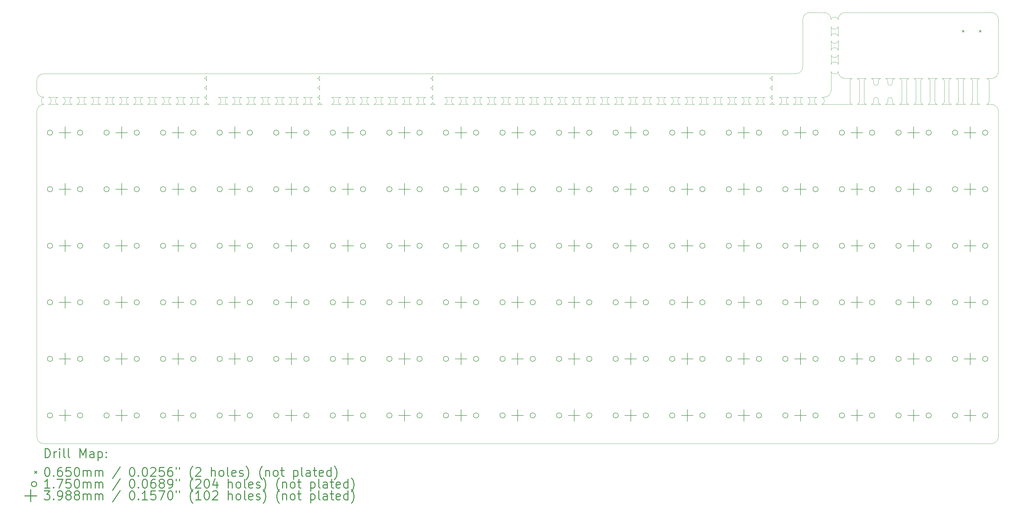
<source format=gbr>
%FSLAX45Y45*%
G04 Gerber Fmt 4.5, Leading zero omitted, Abs format (unit mm)*
G04 Created by KiCad (PCBNEW (5.1.10)-1) date 2021-12-08 12:26:16*
%MOMM*%
%LPD*%
G01*
G04 APERTURE LIST*
%TA.AperFunction,Profile*%
%ADD10C,0.100000*%
%TD*%
%ADD11C,0.200000*%
%ADD12C,0.300000*%
G04 APERTURE END LIST*
D10*
X6429375Y-11430000D02*
X6746875Y-11430000D01*
X6429375Y-11668125D02*
G75*
G03*
X6508750Y-11588750I0J79375D01*
G01*
X6508750Y-11509375D02*
G75*
G03*
X6429375Y-11430000I-79375J0D01*
G01*
X5476875Y-11430000D02*
X5794375Y-11430000D01*
X4762500Y-11509375D02*
X4762500Y-11588750D01*
X5953125Y-11668125D02*
G75*
G03*
X6032500Y-11588750I0J79375D01*
G01*
X5080000Y-11509375D02*
X5080000Y-11588750D01*
X4603750Y-11509375D02*
G75*
G03*
X4524375Y-11430000I-79375J0D01*
G01*
X5953125Y-11668125D02*
X6270625Y-11668125D01*
X4762500Y-11588750D02*
G75*
G03*
X4841875Y-11668125I79375J0D01*
G01*
X4286250Y-11588750D02*
G75*
G03*
X4365625Y-11668125I79375J0D01*
G01*
X5953125Y-11430000D02*
X6270625Y-11430000D01*
X4841875Y-11430000D02*
G75*
G03*
X4762500Y-11509375I0J-79375D01*
G01*
X4603750Y-11509375D02*
X4603750Y-11588750D01*
X5000625Y-11430000D02*
X5318125Y-11430000D01*
X6746875Y-11430000D02*
G75*
G03*
X6667500Y-11509375I0J-79375D01*
G01*
X4524375Y-11668125D02*
X4841875Y-11668125D01*
X5000625Y-11668125D02*
G75*
G03*
X5080000Y-11588750I0J79375D01*
G01*
X6270625Y-11430000D02*
G75*
G03*
X6191250Y-11509375I0J-79375D01*
G01*
X4286250Y-11509375D02*
X4286250Y-11588750D01*
X5318125Y-11430000D02*
G75*
G03*
X5238750Y-11509375I0J-79375D01*
G01*
X4524375Y-11430000D02*
X4841875Y-11430000D01*
X5556250Y-11509375D02*
G75*
G03*
X5476875Y-11430000I-79375J0D01*
G01*
X4365625Y-11430000D02*
G75*
G03*
X4286250Y-11509375I0J-79375D01*
G01*
X6032500Y-11509375D02*
G75*
G03*
X5953125Y-11430000I-79375J0D01*
G01*
X5476875Y-11668125D02*
G75*
G03*
X5556250Y-11588750I0J79375D01*
G01*
X5715000Y-11588750D02*
G75*
G03*
X5794375Y-11668125I79375J0D01*
G01*
X6508750Y-11509375D02*
X6508750Y-11588750D01*
X5794375Y-11430000D02*
G75*
G03*
X5715000Y-11509375I0J-79375D01*
G01*
X5238750Y-11509375D02*
X5238750Y-11588750D01*
X5000625Y-11668125D02*
X5318125Y-11668125D01*
X4524375Y-11668125D02*
G75*
G03*
X4603750Y-11588750I0J79375D01*
G01*
X6667500Y-11588750D02*
G75*
G03*
X6746875Y-11668125I79375J0D01*
G01*
X5238750Y-11588750D02*
G75*
G03*
X5318125Y-11668125I79375J0D01*
G01*
X6032500Y-11509375D02*
X6032500Y-11588750D01*
X5556250Y-11509375D02*
X5556250Y-11588750D01*
X6191250Y-11588750D02*
G75*
G03*
X6270625Y-11668125I79375J0D01*
G01*
X5080000Y-11509375D02*
G75*
G03*
X5000625Y-11430000I-79375J0D01*
G01*
X5476875Y-11668125D02*
X5794375Y-11668125D01*
X6429375Y-11668125D02*
X6746875Y-11668125D01*
X6667500Y-11509375D02*
X6667500Y-11588750D01*
X6191250Y-11509375D02*
X6191250Y-11588750D01*
X5715000Y-11509375D02*
X5715000Y-11588750D01*
X9842500Y-11350625D02*
X9842500Y-11509375D01*
X9763125Y-11668125D02*
G75*
G03*
X9842500Y-11588750I0J79375D01*
G01*
X9763125Y-11668125D02*
X9921875Y-11668125D01*
X9842500Y-11191875D02*
G75*
G03*
X9763125Y-11112500I-79375J0D01*
G01*
X9842500Y-11509375D02*
G75*
G03*
X9763125Y-11430000I-79375J0D01*
G01*
X9763125Y-11430000D02*
G75*
G03*
X9842500Y-11350625I0J79375D01*
G01*
X9921875Y-11668125D02*
G75*
G02*
X9842500Y-11588750I0J79375D01*
G01*
X9842500Y-11191875D02*
X9842500Y-11033125D01*
X9842500Y-10874375D02*
G75*
G03*
X9763125Y-10795000I-79375J0D01*
G01*
X9842500Y-10874375D02*
X9842500Y-10715625D01*
X9763125Y-11112500D02*
G75*
G03*
X9842500Y-11033125I0J79375D01*
G01*
X9763125Y-10795000D02*
G75*
G03*
X9842500Y-10715625I0J79375D01*
G01*
X7620000Y-11509375D02*
X7620000Y-11588750D01*
X7937500Y-11509375D02*
X7937500Y-11588750D01*
X7381875Y-11430000D02*
X7699375Y-11430000D01*
X9286875Y-11430000D02*
X9604375Y-11430000D01*
X6985000Y-11509375D02*
G75*
G03*
X6905625Y-11430000I-79375J0D01*
G01*
X7143750Y-11588750D02*
G75*
G03*
X7223125Y-11668125I79375J0D01*
G01*
X6905625Y-11668125D02*
G75*
G03*
X6985000Y-11588750I0J79375D01*
G01*
X8651875Y-11430000D02*
G75*
G03*
X8572500Y-11509375I0J-79375D01*
G01*
X6905625Y-11668125D02*
X7223125Y-11668125D01*
X9286875Y-11668125D02*
G75*
G03*
X9366250Y-11588750I0J79375D01*
G01*
X7461250Y-11509375D02*
G75*
G03*
X7381875Y-11430000I-79375J0D01*
G01*
X7858125Y-11668125D02*
G75*
G03*
X7937500Y-11588750I0J79375D01*
G01*
X8810625Y-11430000D02*
X9128125Y-11430000D01*
X6985000Y-11509375D02*
X6985000Y-11588750D01*
X6905625Y-11430000D02*
X7223125Y-11430000D01*
X7461250Y-11509375D02*
X7461250Y-11588750D01*
X7143750Y-11509375D02*
X7143750Y-11588750D01*
X7381875Y-11668125D02*
G75*
G03*
X7461250Y-11588750I0J79375D01*
G01*
X7223125Y-11430000D02*
G75*
G03*
X7143750Y-11509375I0J-79375D01*
G01*
X7699375Y-11430000D02*
G75*
G03*
X7620000Y-11509375I0J-79375D01*
G01*
X7381875Y-11668125D02*
X7699375Y-11668125D01*
X7620000Y-11588750D02*
G75*
G03*
X7699375Y-11668125I79375J0D01*
G01*
X8890000Y-11509375D02*
G75*
G03*
X8810625Y-11430000I-79375J0D01*
G01*
X9604375Y-11430000D02*
G75*
G03*
X9525000Y-11509375I0J-79375D01*
G01*
X9128125Y-11430000D02*
G75*
G03*
X9048750Y-11509375I0J-79375D01*
G01*
X7858125Y-11430000D02*
X8175625Y-11430000D01*
X8175625Y-11430000D02*
G75*
G03*
X8096250Y-11509375I0J-79375D01*
G01*
X8334375Y-11668125D02*
G75*
G03*
X8413750Y-11588750I0J79375D01*
G01*
X8572500Y-11588750D02*
G75*
G03*
X8651875Y-11668125I79375J0D01*
G01*
X8810625Y-11668125D02*
X9128125Y-11668125D01*
X9366250Y-11509375D02*
G75*
G03*
X9286875Y-11430000I-79375J0D01*
G01*
X8334375Y-11430000D02*
X8651875Y-11430000D01*
X7858125Y-11668125D02*
X8175625Y-11668125D01*
X9366250Y-11509375D02*
X9366250Y-11588750D01*
X8810625Y-11668125D02*
G75*
G03*
X8890000Y-11588750I0J79375D01*
G01*
X8413750Y-11509375D02*
G75*
G03*
X8334375Y-11430000I-79375J0D01*
G01*
X8096250Y-11509375D02*
X8096250Y-11588750D01*
X9048750Y-11588750D02*
G75*
G03*
X9128125Y-11668125I79375J0D01*
G01*
X7937500Y-11509375D02*
G75*
G03*
X7858125Y-11430000I-79375J0D01*
G01*
X8334375Y-11668125D02*
X8651875Y-11668125D01*
X9286875Y-11668125D02*
X9604375Y-11668125D01*
X9525000Y-11588750D02*
G75*
G03*
X9604375Y-11668125I79375J0D01*
G01*
X9525000Y-11509375D02*
X9525000Y-11588750D01*
X8572500Y-11509375D02*
X8572500Y-11588750D01*
X8096250Y-11588750D02*
G75*
G03*
X8175625Y-11668125I79375J0D01*
G01*
X9048750Y-11509375D02*
X9048750Y-11588750D01*
X8890000Y-11509375D02*
X8890000Y-11588750D01*
X8413750Y-11509375D02*
X8413750Y-11588750D01*
X10953750Y-11509375D02*
X10953750Y-11588750D01*
X11271250Y-11509375D02*
X11271250Y-11588750D01*
X10715625Y-11430000D02*
X11033125Y-11430000D01*
X12620625Y-11430000D02*
X12938125Y-11430000D01*
X10318750Y-11509375D02*
G75*
G03*
X10239375Y-11430000I-79375J0D01*
G01*
X10477500Y-11588750D02*
G75*
G03*
X10556875Y-11668125I79375J0D01*
G01*
X10239375Y-11668125D02*
G75*
G03*
X10318750Y-11588750I0J79375D01*
G01*
X11985625Y-11430000D02*
G75*
G03*
X11906250Y-11509375I0J-79375D01*
G01*
X10239375Y-11668125D02*
X10556875Y-11668125D01*
X12620625Y-11668125D02*
G75*
G03*
X12700000Y-11588750I0J79375D01*
G01*
X10795000Y-11509375D02*
G75*
G03*
X10715625Y-11430000I-79375J0D01*
G01*
X11191875Y-11668125D02*
G75*
G03*
X11271250Y-11588750I0J79375D01*
G01*
X12144375Y-11430000D02*
X12461875Y-11430000D01*
X10318750Y-11509375D02*
X10318750Y-11588750D01*
X10239375Y-11430000D02*
X10556875Y-11430000D01*
X10795000Y-11509375D02*
X10795000Y-11588750D01*
X10477500Y-11509375D02*
X10477500Y-11588750D01*
X10715625Y-11668125D02*
G75*
G03*
X10795000Y-11588750I0J79375D01*
G01*
X10556875Y-11430000D02*
G75*
G03*
X10477500Y-11509375I0J-79375D01*
G01*
X11033125Y-11430000D02*
G75*
G03*
X10953750Y-11509375I0J-79375D01*
G01*
X10715625Y-11668125D02*
X11033125Y-11668125D01*
X10953750Y-11588750D02*
G75*
G03*
X11033125Y-11668125I79375J0D01*
G01*
X13096875Y-11668125D02*
G75*
G03*
X13176250Y-11588750I0J79375D01*
G01*
X12223750Y-11509375D02*
G75*
G03*
X12144375Y-11430000I-79375J0D01*
G01*
X13096875Y-11430000D02*
X13414375Y-11430000D01*
X12938125Y-11430000D02*
G75*
G03*
X12858750Y-11509375I0J-79375D01*
G01*
X12461875Y-11430000D02*
G75*
G03*
X12382500Y-11509375I0J-79375D01*
G01*
X13335000Y-11509375D02*
X13335000Y-11588750D01*
X11191875Y-11430000D02*
X11509375Y-11430000D01*
X11509375Y-11430000D02*
G75*
G03*
X11430000Y-11509375I0J-79375D01*
G01*
X13096875Y-11668125D02*
X13414375Y-11668125D01*
X11668125Y-11668125D02*
G75*
G03*
X11747500Y-11588750I0J79375D01*
G01*
X11906250Y-11588750D02*
G75*
G03*
X11985625Y-11668125I79375J0D01*
G01*
X12144375Y-11668125D02*
X12461875Y-11668125D01*
X13176250Y-11509375D02*
X13176250Y-11588750D01*
X12700000Y-11509375D02*
G75*
G03*
X12620625Y-11430000I-79375J0D01*
G01*
X13414375Y-11430000D02*
G75*
G03*
X13335000Y-11509375I0J-79375D01*
G01*
X11668125Y-11430000D02*
X11985625Y-11430000D01*
X11191875Y-11668125D02*
X11509375Y-11668125D01*
X12700000Y-11509375D02*
X12700000Y-11588750D01*
X12144375Y-11668125D02*
G75*
G03*
X12223750Y-11588750I0J79375D01*
G01*
X11747500Y-11509375D02*
G75*
G03*
X11668125Y-11430000I-79375J0D01*
G01*
X11430000Y-11509375D02*
X11430000Y-11588750D01*
X12382500Y-11588750D02*
G75*
G03*
X12461875Y-11668125I79375J0D01*
G01*
X11271250Y-11509375D02*
G75*
G03*
X11191875Y-11430000I-79375J0D01*
G01*
X11668125Y-11668125D02*
X11985625Y-11668125D01*
X12620625Y-11668125D02*
X12938125Y-11668125D01*
X12858750Y-11588750D02*
G75*
G03*
X12938125Y-11668125I79375J0D01*
G01*
X12858750Y-11509375D02*
X12858750Y-11588750D01*
X11906250Y-11509375D02*
X11906250Y-11588750D01*
X11430000Y-11588750D02*
G75*
G03*
X11509375Y-11668125I79375J0D01*
G01*
X12382500Y-11509375D02*
X12382500Y-11588750D01*
X13335000Y-11588750D02*
G75*
G03*
X13414375Y-11668125I79375J0D01*
G01*
X13176250Y-11509375D02*
G75*
G03*
X13096875Y-11430000I-79375J0D01*
G01*
X12223750Y-11509375D02*
X12223750Y-11588750D01*
X11747500Y-11509375D02*
X11747500Y-11588750D01*
X13652500Y-10874375D02*
G75*
G03*
X13573125Y-10795000I-79375J0D01*
G01*
X13652500Y-10874375D02*
X13652500Y-10715625D01*
X13573125Y-11112500D02*
G75*
G03*
X13652500Y-11033125I0J79375D01*
G01*
X13573125Y-10795000D02*
G75*
G03*
X13652500Y-10715625I0J79375D01*
G01*
X13652500Y-11350625D02*
X13652500Y-11509375D01*
X13573125Y-11668125D02*
X13731875Y-11668125D01*
X13652500Y-11191875D02*
X13652500Y-11033125D01*
X13652500Y-11191875D02*
G75*
G03*
X13573125Y-11112500I-79375J0D01*
G01*
X13652500Y-11509375D02*
G75*
G03*
X13573125Y-11430000I-79375J0D01*
G01*
X13573125Y-11668125D02*
G75*
G03*
X13652500Y-11588750I0J79375D01*
G01*
X13573125Y-11430000D02*
G75*
G03*
X13652500Y-11350625I0J79375D01*
G01*
X13731875Y-11668125D02*
G75*
G02*
X13652500Y-11588750I0J79375D01*
G01*
X14049375Y-11668125D02*
G75*
G03*
X14128750Y-11588750I0J79375D01*
G01*
X14525625Y-11668125D02*
G75*
G03*
X14605000Y-11588750I0J79375D01*
G01*
X14049375Y-11430000D02*
X14366875Y-11430000D01*
X14287500Y-11588750D02*
G75*
G03*
X14366875Y-11668125I79375J0D01*
G01*
X14287500Y-11509375D02*
X14287500Y-11588750D01*
X14525625Y-11430000D02*
X14843125Y-11430000D01*
X14605000Y-11509375D02*
X14605000Y-11588750D01*
X14128750Y-11509375D02*
G75*
G03*
X14049375Y-11430000I-79375J0D01*
G01*
X14128750Y-11509375D02*
X14128750Y-11588750D01*
X14366875Y-11430000D02*
G75*
G03*
X14287500Y-11509375I0J-79375D01*
G01*
X14525625Y-11668125D02*
X14843125Y-11668125D01*
X14763750Y-11588750D02*
G75*
G03*
X14843125Y-11668125I79375J0D01*
G01*
X14605000Y-11509375D02*
G75*
G03*
X14525625Y-11430000I-79375J0D01*
G01*
X14049375Y-11668125D02*
X14366875Y-11668125D01*
X14763750Y-11509375D02*
X14763750Y-11588750D01*
X14843125Y-11430000D02*
G75*
G03*
X14763750Y-11509375I0J-79375D01*
G01*
X15954375Y-11430000D02*
X16271875Y-11430000D01*
X16430625Y-11668125D02*
G75*
G03*
X16510000Y-11588750I0J79375D01*
G01*
X15795625Y-11430000D02*
G75*
G03*
X15716250Y-11509375I0J-79375D01*
G01*
X16906875Y-11668125D02*
G75*
G03*
X16986250Y-11588750I0J79375D01*
G01*
X16430625Y-11430000D02*
X16748125Y-11430000D01*
X15081250Y-11509375D02*
X15081250Y-11588750D01*
X15001875Y-11668125D02*
G75*
G03*
X15081250Y-11588750I0J79375D01*
G01*
X15081250Y-11509375D02*
G75*
G03*
X15001875Y-11430000I-79375J0D01*
G01*
X16668750Y-11588750D02*
G75*
G03*
X16748125Y-11668125I79375J0D01*
G01*
X16033750Y-11509375D02*
X16033750Y-11588750D01*
X15001875Y-11430000D02*
X15319375Y-11430000D01*
X15319375Y-11430000D02*
G75*
G03*
X15240000Y-11509375I0J-79375D01*
G01*
X16033750Y-11509375D02*
G75*
G03*
X15954375Y-11430000I-79375J0D01*
G01*
X16668750Y-11509375D02*
X16668750Y-11588750D01*
X16906875Y-11430000D02*
X17224375Y-11430000D01*
X15478125Y-11668125D02*
G75*
G03*
X15557500Y-11588750I0J79375D01*
G01*
X15001875Y-11668125D02*
X15319375Y-11668125D01*
X15716250Y-11588750D02*
G75*
G03*
X15795625Y-11668125I79375J0D01*
G01*
X16271875Y-11430000D02*
G75*
G03*
X16192500Y-11509375I0J-79375D01*
G01*
X15954375Y-11668125D02*
X16271875Y-11668125D01*
X15716250Y-11509375D02*
X15716250Y-11588750D01*
X16986250Y-11509375D02*
X16986250Y-11588750D01*
X16510000Y-11509375D02*
G75*
G03*
X16430625Y-11430000I-79375J0D01*
G01*
X16510000Y-11509375D02*
X16510000Y-11588750D01*
X15240000Y-11509375D02*
X15240000Y-11588750D01*
X16748125Y-11430000D02*
G75*
G03*
X16668750Y-11509375I0J-79375D01*
G01*
X15954375Y-11668125D02*
G75*
G03*
X16033750Y-11588750I0J79375D01*
G01*
X15557500Y-11509375D02*
G75*
G03*
X15478125Y-11430000I-79375J0D01*
G01*
X15478125Y-11668125D02*
X15795625Y-11668125D01*
X16906875Y-11668125D02*
X17224375Y-11668125D01*
X15557500Y-11509375D02*
X15557500Y-11588750D01*
X16192500Y-11588750D02*
G75*
G03*
X16271875Y-11668125I79375J0D01*
G01*
X16192500Y-11509375D02*
X16192500Y-11588750D01*
X17145000Y-11588750D02*
G75*
G03*
X17224375Y-11668125I79375J0D01*
G01*
X15478125Y-11430000D02*
X15795625Y-11430000D01*
X16986250Y-11509375D02*
G75*
G03*
X16906875Y-11430000I-79375J0D01*
G01*
X16430625Y-11668125D02*
X16748125Y-11668125D01*
X15240000Y-11588750D02*
G75*
G03*
X15319375Y-11668125I79375J0D01*
G01*
X17145000Y-11509375D02*
X17145000Y-11588750D01*
X17224375Y-11430000D02*
G75*
G03*
X17145000Y-11509375I0J-79375D01*
G01*
X17541875Y-11668125D02*
G75*
G02*
X17462500Y-11588750I0J79375D01*
G01*
X17383125Y-11430000D02*
G75*
G03*
X17462500Y-11350625I0J79375D01*
G01*
X17383125Y-11668125D02*
G75*
G03*
X17462500Y-11588750I0J79375D01*
G01*
X17462500Y-11509375D02*
G75*
G03*
X17383125Y-11430000I-79375J0D01*
G01*
X17383125Y-11668125D02*
X17541875Y-11668125D01*
X17462500Y-11350625D02*
X17462500Y-11509375D01*
X17462500Y-10874375D02*
G75*
G03*
X17383125Y-10795000I-79375J0D01*
G01*
X17462500Y-11191875D02*
G75*
G03*
X17383125Y-11112500I-79375J0D01*
G01*
X17383125Y-11112500D02*
G75*
G03*
X17462500Y-11033125I0J79375D01*
G01*
X17383125Y-10795000D02*
G75*
G03*
X17462500Y-10715625I0J79375D01*
G01*
X17462500Y-10874375D02*
X17462500Y-10715625D01*
X17462500Y-11191875D02*
X17462500Y-11033125D01*
X18097500Y-11588750D02*
G75*
G03*
X18176875Y-11668125I79375J0D01*
G01*
X17938750Y-11509375D02*
X17938750Y-11588750D01*
X17859375Y-11430000D02*
X18176875Y-11430000D01*
X17859375Y-11668125D02*
X18176875Y-11668125D01*
X17859375Y-11668125D02*
G75*
G03*
X17938750Y-11588750I0J79375D01*
G01*
X17938750Y-11509375D02*
G75*
G03*
X17859375Y-11430000I-79375J0D01*
G01*
X18176875Y-11430000D02*
G75*
G03*
X18097500Y-11509375I0J-79375D01*
G01*
X18573750Y-11588750D02*
G75*
G03*
X18653125Y-11668125I79375J0D01*
G01*
X18415000Y-11509375D02*
X18415000Y-11588750D01*
X18415000Y-11509375D02*
G75*
G03*
X18335625Y-11430000I-79375J0D01*
G01*
X18335625Y-11430000D02*
X18653125Y-11430000D01*
X18335625Y-11668125D02*
G75*
G03*
X18415000Y-11588750I0J79375D01*
G01*
X18335625Y-11668125D02*
X18653125Y-11668125D01*
X19050000Y-11588750D02*
G75*
G03*
X19129375Y-11668125I79375J0D01*
G01*
X18891250Y-11509375D02*
X18891250Y-11588750D01*
X18811875Y-11668125D02*
G75*
G03*
X18891250Y-11588750I0J79375D01*
G01*
X19129375Y-11430000D02*
G75*
G03*
X19050000Y-11509375I0J-79375D01*
G01*
X18891250Y-11509375D02*
G75*
G03*
X18811875Y-11430000I-79375J0D01*
G01*
X18811875Y-11668125D02*
X19129375Y-11668125D01*
X19050000Y-11509375D02*
X19050000Y-11588750D01*
X18097500Y-11509375D02*
X18097500Y-11588750D01*
X18811875Y-11430000D02*
X19129375Y-11430000D01*
X18653125Y-11430000D02*
G75*
G03*
X18573750Y-11509375I0J-79375D01*
G01*
X18573750Y-11509375D02*
X18573750Y-11588750D01*
X19367500Y-11509375D02*
X19367500Y-11588750D01*
X20002500Y-11588750D02*
G75*
G03*
X20081875Y-11668125I79375J0D01*
G01*
X19605625Y-11430000D02*
G75*
G03*
X19526250Y-11509375I0J-79375D01*
G01*
X19288125Y-11668125D02*
G75*
G03*
X19367500Y-11588750I0J79375D01*
G01*
X19288125Y-11430000D02*
X19605625Y-11430000D01*
X19843750Y-11509375D02*
X19843750Y-11588750D01*
X19367500Y-11509375D02*
G75*
G03*
X19288125Y-11430000I-79375J0D01*
G01*
X19288125Y-11668125D02*
X19605625Y-11668125D01*
X19526250Y-11509375D02*
X19526250Y-11588750D01*
X19526250Y-11588750D02*
G75*
G03*
X19605625Y-11668125I79375J0D01*
G01*
X19764375Y-11430000D02*
X20081875Y-11430000D01*
X19764375Y-11668125D02*
X20081875Y-11668125D01*
X19764375Y-11668125D02*
G75*
G03*
X19843750Y-11588750I0J79375D01*
G01*
X19843750Y-11509375D02*
G75*
G03*
X19764375Y-11430000I-79375J0D01*
G01*
X20081875Y-11430000D02*
G75*
G03*
X20002500Y-11509375I0J-79375D01*
G01*
X20478750Y-11588750D02*
G75*
G03*
X20558125Y-11668125I79375J0D01*
G01*
X20320000Y-11509375D02*
X20320000Y-11588750D01*
X20320000Y-11509375D02*
G75*
G03*
X20240625Y-11430000I-79375J0D01*
G01*
X20240625Y-11430000D02*
X20558125Y-11430000D01*
X20240625Y-11668125D02*
G75*
G03*
X20320000Y-11588750I0J79375D01*
G01*
X20240625Y-11668125D02*
X20558125Y-11668125D01*
X20955000Y-11588750D02*
G75*
G03*
X21034375Y-11668125I79375J0D01*
G01*
X20796250Y-11509375D02*
X20796250Y-11588750D01*
X20716875Y-11668125D02*
G75*
G03*
X20796250Y-11588750I0J79375D01*
G01*
X21034375Y-11430000D02*
G75*
G03*
X20955000Y-11509375I0J-79375D01*
G01*
X20796250Y-11509375D02*
G75*
G03*
X20716875Y-11430000I-79375J0D01*
G01*
X20716875Y-11668125D02*
X21034375Y-11668125D01*
X20955000Y-11509375D02*
X20955000Y-11588750D01*
X20002500Y-11509375D02*
X20002500Y-11588750D01*
X20716875Y-11430000D02*
X21034375Y-11430000D01*
X20558125Y-11430000D02*
G75*
G03*
X20478750Y-11509375I0J-79375D01*
G01*
X20478750Y-11509375D02*
X20478750Y-11588750D01*
X21272500Y-11509375D02*
X21272500Y-11588750D01*
X21907500Y-11588750D02*
G75*
G03*
X21986875Y-11668125I79375J0D01*
G01*
X21510625Y-11430000D02*
G75*
G03*
X21431250Y-11509375I0J-79375D01*
G01*
X21193125Y-11668125D02*
G75*
G03*
X21272500Y-11588750I0J79375D01*
G01*
X21193125Y-11430000D02*
X21510625Y-11430000D01*
X21748750Y-11509375D02*
X21748750Y-11588750D01*
X21272500Y-11509375D02*
G75*
G03*
X21193125Y-11430000I-79375J0D01*
G01*
X21193125Y-11668125D02*
X21510625Y-11668125D01*
X21431250Y-11509375D02*
X21431250Y-11588750D01*
X21431250Y-11588750D02*
G75*
G03*
X21510625Y-11668125I79375J0D01*
G01*
X21669375Y-11430000D02*
X21986875Y-11430000D01*
X21669375Y-11668125D02*
X21986875Y-11668125D01*
X21669375Y-11668125D02*
G75*
G03*
X21748750Y-11588750I0J79375D01*
G01*
X21748750Y-11509375D02*
G75*
G03*
X21669375Y-11430000I-79375J0D01*
G01*
X21986875Y-11430000D02*
G75*
G03*
X21907500Y-11509375I0J-79375D01*
G01*
X22383750Y-11588750D02*
G75*
G03*
X22463125Y-11668125I79375J0D01*
G01*
X22225000Y-11509375D02*
X22225000Y-11588750D01*
X22225000Y-11509375D02*
G75*
G03*
X22145625Y-11430000I-79375J0D01*
G01*
X22145625Y-11430000D02*
X22463125Y-11430000D01*
X22145625Y-11668125D02*
G75*
G03*
X22225000Y-11588750I0J79375D01*
G01*
X22145625Y-11668125D02*
X22463125Y-11668125D01*
X22860000Y-11588750D02*
G75*
G03*
X22939375Y-11668125I79375J0D01*
G01*
X22701250Y-11509375D02*
X22701250Y-11588750D01*
X22621875Y-11668125D02*
G75*
G03*
X22701250Y-11588750I0J79375D01*
G01*
X22939375Y-11430000D02*
G75*
G03*
X22860000Y-11509375I0J-79375D01*
G01*
X22701250Y-11509375D02*
G75*
G03*
X22621875Y-11430000I-79375J0D01*
G01*
X22621875Y-11668125D02*
X22939375Y-11668125D01*
X22860000Y-11509375D02*
X22860000Y-11588750D01*
X21907500Y-11509375D02*
X21907500Y-11588750D01*
X22621875Y-11430000D02*
X22939375Y-11430000D01*
X22463125Y-11430000D02*
G75*
G03*
X22383750Y-11509375I0J-79375D01*
G01*
X22383750Y-11509375D02*
X22383750Y-11588750D01*
X23177500Y-11509375D02*
X23177500Y-11588750D01*
X23812500Y-11588750D02*
G75*
G03*
X23891875Y-11668125I79375J0D01*
G01*
X23415625Y-11430000D02*
G75*
G03*
X23336250Y-11509375I0J-79375D01*
G01*
X23098125Y-11668125D02*
G75*
G03*
X23177500Y-11588750I0J79375D01*
G01*
X23098125Y-11430000D02*
X23415625Y-11430000D01*
X23653750Y-11509375D02*
X23653750Y-11588750D01*
X23177500Y-11509375D02*
G75*
G03*
X23098125Y-11430000I-79375J0D01*
G01*
X23098125Y-11668125D02*
X23415625Y-11668125D01*
X23336250Y-11509375D02*
X23336250Y-11588750D01*
X23336250Y-11588750D02*
G75*
G03*
X23415625Y-11668125I79375J0D01*
G01*
X23574375Y-11430000D02*
X23891875Y-11430000D01*
X23574375Y-11668125D02*
X23891875Y-11668125D01*
X23574375Y-11668125D02*
G75*
G03*
X23653750Y-11588750I0J79375D01*
G01*
X23653750Y-11509375D02*
G75*
G03*
X23574375Y-11430000I-79375J0D01*
G01*
X23891875Y-11430000D02*
G75*
G03*
X23812500Y-11509375I0J-79375D01*
G01*
X24288750Y-11588750D02*
G75*
G03*
X24368125Y-11668125I79375J0D01*
G01*
X24130000Y-11509375D02*
X24130000Y-11588750D01*
X24130000Y-11509375D02*
G75*
G03*
X24050625Y-11430000I-79375J0D01*
G01*
X24050625Y-11430000D02*
X24368125Y-11430000D01*
X24050625Y-11668125D02*
G75*
G03*
X24130000Y-11588750I0J79375D01*
G01*
X24050625Y-11668125D02*
X24368125Y-11668125D01*
X24765000Y-11588750D02*
G75*
G03*
X24844375Y-11668125I79375J0D01*
G01*
X24606250Y-11509375D02*
X24606250Y-11588750D01*
X24526875Y-11668125D02*
G75*
G03*
X24606250Y-11588750I0J79375D01*
G01*
X24844375Y-11430000D02*
G75*
G03*
X24765000Y-11509375I0J-79375D01*
G01*
X24606250Y-11509375D02*
G75*
G03*
X24526875Y-11430000I-79375J0D01*
G01*
X24526875Y-11668125D02*
X24844375Y-11668125D01*
X24765000Y-11509375D02*
X24765000Y-11588750D01*
X23812500Y-11509375D02*
X23812500Y-11588750D01*
X24526875Y-11430000D02*
X24844375Y-11430000D01*
X24368125Y-11430000D02*
G75*
G03*
X24288750Y-11509375I0J-79375D01*
G01*
X24288750Y-11509375D02*
X24288750Y-11588750D01*
X25082500Y-11509375D02*
X25082500Y-11588750D01*
X25717500Y-11588750D02*
G75*
G03*
X25796875Y-11668125I79375J0D01*
G01*
X25320625Y-11430000D02*
G75*
G03*
X25241250Y-11509375I0J-79375D01*
G01*
X25003125Y-11668125D02*
G75*
G03*
X25082500Y-11588750I0J79375D01*
G01*
X25003125Y-11430000D02*
X25320625Y-11430000D01*
X25558750Y-11509375D02*
X25558750Y-11588750D01*
X25082500Y-11509375D02*
G75*
G03*
X25003125Y-11430000I-79375J0D01*
G01*
X25003125Y-11668125D02*
X25320625Y-11668125D01*
X25241250Y-11509375D02*
X25241250Y-11588750D01*
X25241250Y-11588750D02*
G75*
G03*
X25320625Y-11668125I79375J0D01*
G01*
X25479375Y-11430000D02*
X25796875Y-11430000D01*
X25479375Y-11668125D02*
X25796875Y-11668125D01*
X25479375Y-11668125D02*
G75*
G03*
X25558750Y-11588750I0J79375D01*
G01*
X25558750Y-11509375D02*
G75*
G03*
X25479375Y-11430000I-79375J0D01*
G01*
X25796875Y-11430000D02*
G75*
G03*
X25717500Y-11509375I0J-79375D01*
G01*
X26193750Y-11588750D02*
G75*
G03*
X26273125Y-11668125I79375J0D01*
G01*
X26035000Y-11509375D02*
X26035000Y-11588750D01*
X26035000Y-11509375D02*
G75*
G03*
X25955625Y-11430000I-79375J0D01*
G01*
X25955625Y-11430000D02*
X26273125Y-11430000D01*
X25955625Y-11668125D02*
G75*
G03*
X26035000Y-11588750I0J79375D01*
G01*
X25955625Y-11668125D02*
X26273125Y-11668125D01*
X26670000Y-11588750D02*
G75*
G03*
X26749375Y-11668125I79375J0D01*
G01*
X26511250Y-11509375D02*
X26511250Y-11588750D01*
X26431875Y-11668125D02*
G75*
G03*
X26511250Y-11588750I0J79375D01*
G01*
X26749375Y-11430000D02*
G75*
G03*
X26670000Y-11509375I0J-79375D01*
G01*
X26511250Y-11509375D02*
G75*
G03*
X26431875Y-11430000I-79375J0D01*
G01*
X26431875Y-11668125D02*
X26749375Y-11668125D01*
X26670000Y-11509375D02*
X26670000Y-11588750D01*
X25717500Y-11509375D02*
X25717500Y-11588750D01*
X26431875Y-11430000D02*
X26749375Y-11430000D01*
X26273125Y-11430000D02*
G75*
G03*
X26193750Y-11509375I0J-79375D01*
G01*
X26193750Y-11509375D02*
X26193750Y-11588750D01*
X28813125Y-11668125D02*
X28971875Y-11668125D01*
X28971875Y-11668125D02*
G75*
G02*
X28892500Y-11588750I0J79375D01*
G01*
X28892500Y-10874375D02*
X28892500Y-10715625D01*
X28892500Y-11191875D02*
X28892500Y-11033125D01*
X28892500Y-11350625D02*
X28892500Y-11509375D01*
X28813125Y-10795000D02*
G75*
G03*
X28892500Y-10715625I0J79375D01*
G01*
X29686250Y-10636250D02*
X4365625Y-10636250D01*
X27146250Y-11588750D02*
G75*
G03*
X27225625Y-11668125I79375J0D01*
G01*
X26987500Y-11509375D02*
X26987500Y-11588750D01*
X27225625Y-11430000D02*
G75*
G03*
X27146250Y-11509375I0J-79375D01*
G01*
X26908125Y-11668125D02*
G75*
G03*
X26987500Y-11588750I0J79375D01*
G01*
X26987500Y-11509375D02*
G75*
G03*
X26908125Y-11430000I-79375J0D01*
G01*
X26908125Y-11668125D02*
X27225625Y-11668125D01*
X26908125Y-11430000D02*
X27225625Y-11430000D01*
X27146250Y-11509375D02*
X27146250Y-11588750D01*
X27622500Y-11588750D02*
G75*
G03*
X27701875Y-11668125I79375J0D01*
G01*
X27463750Y-11509375D02*
X27463750Y-11588750D01*
X27701875Y-11430000D02*
G75*
G03*
X27622500Y-11509375I0J-79375D01*
G01*
X27384375Y-11668125D02*
G75*
G03*
X27463750Y-11588750I0J79375D01*
G01*
X27463750Y-11509375D02*
G75*
G03*
X27384375Y-11430000I-79375J0D01*
G01*
X27384375Y-11668125D02*
X27701875Y-11668125D01*
X27384375Y-11430000D02*
X27701875Y-11430000D01*
X27622500Y-11509375D02*
X27622500Y-11588750D01*
X28098750Y-11588750D02*
G75*
G03*
X28178125Y-11668125I79375J0D01*
G01*
X27940000Y-11509375D02*
X27940000Y-11588750D01*
X28178125Y-11430000D02*
G75*
G03*
X28098750Y-11509375I0J-79375D01*
G01*
X27860625Y-11668125D02*
G75*
G03*
X27940000Y-11588750I0J79375D01*
G01*
X27940000Y-11509375D02*
G75*
G03*
X27860625Y-11430000I-79375J0D01*
G01*
X27860625Y-11668125D02*
X28178125Y-11668125D01*
X27860625Y-11430000D02*
X28178125Y-11430000D01*
X28098750Y-11509375D02*
X28098750Y-11588750D01*
X28575000Y-11588750D02*
G75*
G03*
X28654375Y-11668125I79375J0D01*
G01*
X28416250Y-11509375D02*
X28416250Y-11588750D01*
X28654375Y-11430000D02*
G75*
G03*
X28575000Y-11509375I0J-79375D01*
G01*
X28336875Y-11668125D02*
G75*
G03*
X28416250Y-11588750I0J79375D01*
G01*
X28416250Y-11509375D02*
G75*
G03*
X28336875Y-11430000I-79375J0D01*
G01*
X28336875Y-11668125D02*
X28654375Y-11668125D01*
X28336875Y-11430000D02*
X28654375Y-11430000D01*
X28575000Y-11509375D02*
X28575000Y-11588750D01*
X30638750Y-11430000D02*
X30559375Y-11430000D01*
X30638750Y-11509375D02*
X30638750Y-11588750D01*
X30638750Y-11509375D02*
G75*
G03*
X30559375Y-11430000I-79375J0D01*
G01*
X30559375Y-11668125D02*
G75*
G03*
X30638750Y-11588750I0J79375D01*
G01*
X31353125Y-10795000D02*
X31591250Y-10795000D01*
X31591250Y-10795000D02*
G75*
G03*
X31511875Y-10874375I0J-79375D01*
G01*
X31511875Y-11588750D02*
X31511875Y-10874375D01*
X31511875Y-11588750D02*
G75*
G03*
X31591250Y-11668125I79375J0D01*
G01*
X30559375Y-11668125D02*
X31591250Y-11668125D01*
X28892500Y-10874375D02*
G75*
G03*
X28813125Y-10795000I-79375J0D01*
G01*
X28892500Y-11191875D02*
G75*
G03*
X28813125Y-11112500I-79375J0D01*
G01*
X28813125Y-11112500D02*
G75*
G03*
X28892500Y-11033125I0J79375D01*
G01*
X28892500Y-11509375D02*
G75*
G03*
X28813125Y-11430000I-79375J0D01*
G01*
X28813125Y-11430000D02*
G75*
G03*
X28892500Y-11350625I0J79375D01*
G01*
X28813125Y-11668125D02*
G75*
G03*
X28892500Y-11588750I0J79375D01*
G01*
X31035625Y-10636250D02*
G75*
G03*
X31115000Y-10556875I0J79375D01*
G01*
X30876875Y-10556875D02*
G75*
G03*
X30956250Y-10636250I79375J0D01*
G01*
X31035625Y-10636250D02*
X30956250Y-10636250D01*
X30956250Y-10239375D02*
G75*
G03*
X30876875Y-10318750I0J-79375D01*
G01*
X30956250Y-10080625D02*
X31035625Y-10080625D01*
X31115000Y-10001250D02*
X31115000Y-10318750D01*
X31115000Y-10318750D02*
G75*
G03*
X31035625Y-10239375I-79375J0D01*
G01*
X30876875Y-10001250D02*
X30876875Y-10318750D01*
X31035625Y-10080625D02*
G75*
G03*
X31115000Y-10001250I0J79375D01*
G01*
X30956250Y-10239375D02*
X31035625Y-10239375D01*
X30876875Y-10001250D02*
G75*
G03*
X30956250Y-10080625I79375J0D01*
G01*
X30956250Y-9763125D02*
G75*
G03*
X30876875Y-9842500I0J-79375D01*
G01*
X30956250Y-9604375D02*
X31035625Y-9604375D01*
X31115000Y-9525000D02*
X31115000Y-9842500D01*
X31115000Y-9842500D02*
G75*
G03*
X31035625Y-9763125I-79375J0D01*
G01*
X30876875Y-9525000D02*
X30876875Y-9842500D01*
X31035625Y-9604375D02*
G75*
G03*
X31115000Y-9525000I0J79375D01*
G01*
X30956250Y-9763125D02*
X31035625Y-9763125D01*
X30876875Y-9525000D02*
G75*
G03*
X30956250Y-9604375I79375J0D01*
G01*
X36195000Y-10874375D02*
G75*
G03*
X36115625Y-10795000I-79375J0D01*
G01*
X36195000Y-10874375D02*
X36195000Y-11588750D01*
X36115625Y-11668125D02*
G75*
G03*
X36195000Y-11588750I0J79375D01*
G01*
X35560000Y-11668125D02*
X35877500Y-11668125D01*
X35560000Y-11668125D02*
G75*
G03*
X35639375Y-11588750I0J79375D01*
G01*
X35639375Y-10874375D02*
G75*
G03*
X35560000Y-10795000I-79375J0D01*
G01*
X35798125Y-11588750D02*
X35798125Y-10874375D01*
X35798125Y-11588750D02*
G75*
G03*
X35877500Y-11668125I79375J0D01*
G01*
X35877500Y-10795000D02*
X35560000Y-10795000D01*
X35639375Y-10874375D02*
X35639375Y-11588750D01*
X35877500Y-10795000D02*
G75*
G03*
X35798125Y-10874375I0J-79375D01*
G01*
X35083750Y-11668125D02*
X35401250Y-11668125D01*
X35083750Y-11668125D02*
G75*
G03*
X35163125Y-11588750I0J79375D01*
G01*
X35163125Y-10874375D02*
G75*
G03*
X35083750Y-10795000I-79375J0D01*
G01*
X35321875Y-11588750D02*
X35321875Y-10874375D01*
X35321875Y-11588750D02*
G75*
G03*
X35401250Y-11668125I79375J0D01*
G01*
X35401250Y-10795000D02*
X35083750Y-10795000D01*
X35163125Y-10874375D02*
X35163125Y-11588750D01*
X35401250Y-10795000D02*
G75*
G03*
X35321875Y-10874375I0J-79375D01*
G01*
X34607500Y-11668125D02*
X34925000Y-11668125D01*
X34607500Y-11668125D02*
G75*
G03*
X34686875Y-11588750I0J79375D01*
G01*
X34686875Y-10874375D02*
G75*
G03*
X34607500Y-10795000I-79375J0D01*
G01*
X34845625Y-11588750D02*
X34845625Y-10874375D01*
X34845625Y-11588750D02*
G75*
G03*
X34925000Y-11668125I79375J0D01*
G01*
X34925000Y-10795000D02*
X34607500Y-10795000D01*
X34686875Y-10874375D02*
X34686875Y-11588750D01*
X34925000Y-10795000D02*
G75*
G03*
X34845625Y-10874375I0J-79375D01*
G01*
X34131250Y-11668125D02*
X34448750Y-11668125D01*
X34131250Y-11668125D02*
G75*
G03*
X34210625Y-11588750I0J79375D01*
G01*
X34210625Y-10874375D02*
G75*
G03*
X34131250Y-10795000I-79375J0D01*
G01*
X34369375Y-11588750D02*
X34369375Y-10874375D01*
X34369375Y-11588750D02*
G75*
G03*
X34448750Y-11668125I79375J0D01*
G01*
X34448750Y-10795000D02*
X34131250Y-10795000D01*
X34210625Y-10874375D02*
X34210625Y-11588750D01*
X34448750Y-10795000D02*
G75*
G03*
X34369375Y-10874375I0J-79375D01*
G01*
X33655000Y-11668125D02*
X33972500Y-11668125D01*
X33655000Y-11668125D02*
G75*
G03*
X33734375Y-11588750I0J79375D01*
G01*
X33734375Y-10874375D02*
G75*
G03*
X33655000Y-10795000I-79375J0D01*
G01*
X33893125Y-11588750D02*
X33893125Y-10874375D01*
X33893125Y-11588750D02*
G75*
G03*
X33972500Y-11668125I79375J0D01*
G01*
X33972500Y-10795000D02*
X33655000Y-10795000D01*
X33734375Y-10874375D02*
X33734375Y-11588750D01*
X33972500Y-10795000D02*
G75*
G03*
X33893125Y-10874375I0J-79375D01*
G01*
X33178750Y-11668125D02*
X33496250Y-11668125D01*
X33178750Y-11668125D02*
G75*
G03*
X33258125Y-11588750I0J79375D01*
G01*
X33258125Y-10874375D02*
G75*
G03*
X33178750Y-10795000I-79375J0D01*
G01*
X33416875Y-11588750D02*
X33416875Y-10874375D01*
X33416875Y-11588750D02*
G75*
G03*
X33496250Y-11668125I79375J0D01*
G01*
X33496250Y-10795000D02*
X33178750Y-10795000D01*
X33258125Y-10874375D02*
X33258125Y-11588750D01*
X33496250Y-10795000D02*
G75*
G03*
X33416875Y-10874375I0J-79375D01*
G01*
X33020000Y-11668125D02*
G75*
G02*
X32940625Y-11588750I0J79375D01*
G01*
X32702500Y-11668125D02*
X33020000Y-11668125D01*
X32781875Y-11588750D02*
G75*
G02*
X32702500Y-11668125I-79375J0D01*
G01*
X32861250Y-11430000D02*
G75*
G03*
X32781875Y-11509375I0J-79375D01*
G01*
X32781875Y-11509375D02*
X32781875Y-11588750D01*
X32940625Y-11509375D02*
G75*
G03*
X32861250Y-11430000I-79375J0D01*
G01*
X32940625Y-11588750D02*
X32940625Y-11509375D01*
X32543750Y-11668125D02*
G75*
G02*
X32464375Y-11588750I0J79375D01*
G01*
X32226250Y-11668125D02*
X32543750Y-11668125D01*
X32305625Y-11588750D02*
G75*
G02*
X32226250Y-11668125I-79375J0D01*
G01*
X32464375Y-11509375D02*
G75*
G03*
X32385000Y-11430000I-79375J0D01*
G01*
X32305625Y-11509375D02*
X32305625Y-11588750D01*
X32385000Y-11430000D02*
G75*
G03*
X32305625Y-11509375I0J-79375D01*
G01*
X32464375Y-11588750D02*
X32464375Y-11509375D01*
X31829375Y-10874375D02*
X31829375Y-11588750D01*
X32067500Y-10795000D02*
G75*
G03*
X31988125Y-10874375I0J-79375D01*
G01*
X32067500Y-10795000D02*
X31750000Y-10795000D01*
X31988125Y-11588750D02*
G75*
G03*
X32067500Y-11668125I79375J0D01*
G01*
X31988125Y-11588750D02*
X31988125Y-10874375D01*
X31829375Y-10874375D02*
G75*
G03*
X31750000Y-10795000I-79375J0D01*
G01*
X31750000Y-11668125D02*
G75*
G03*
X31829375Y-11588750I0J79375D01*
G01*
X31750000Y-11668125D02*
X32067500Y-11668125D01*
X29924375Y-8810625D02*
G75*
G02*
X30162500Y-8572500I238125J0D01*
G01*
X32861250Y-11033125D02*
G75*
G02*
X32781875Y-10953750I0J79375D01*
G01*
X32940625Y-10953750D02*
G75*
G02*
X32861250Y-11033125I-79375J0D01*
G01*
X32385000Y-11033125D02*
G75*
G02*
X32305625Y-10953750I0J79375D01*
G01*
X32464375Y-10953750D02*
G75*
G02*
X32385000Y-11033125I-79375J0D01*
G01*
X30876875Y-9048750D02*
G75*
G03*
X30956250Y-9128125I79375J0D01*
G01*
X30956250Y-9128125D02*
X31035625Y-9128125D01*
X30876875Y-9048750D02*
X30876875Y-9366250D01*
X31035625Y-9128125D02*
G75*
G03*
X31115000Y-9048750I0J79375D01*
G01*
X30956250Y-9286875D02*
G75*
G03*
X30876875Y-9366250I0J-79375D01*
G01*
X31115000Y-9048750D02*
X31115000Y-9366250D01*
X30956250Y-9286875D02*
X31035625Y-9286875D01*
X31115000Y-9366250D02*
G75*
G03*
X31035625Y-9286875I-79375J0D01*
G01*
X31115000Y-8810625D02*
G75*
G03*
X31035625Y-8731250I-79375J0D01*
G01*
X31035625Y-8731250D02*
X30956250Y-8731250D01*
X30956250Y-8731250D02*
G75*
G03*
X30876875Y-8810625I0J-79375D01*
G01*
X32305625Y-10874375D02*
X32305625Y-10953750D01*
X32464375Y-10953750D02*
X32464375Y-10874375D01*
X32543750Y-10795000D02*
G75*
G03*
X32464375Y-10874375I0J-79375D01*
G01*
X32543750Y-10795000D02*
X32226250Y-10795000D01*
X32305625Y-10874375D02*
G75*
G03*
X32226250Y-10795000I-79375J0D01*
G01*
X32781875Y-10874375D02*
X32781875Y-10953750D01*
X32940625Y-10953750D02*
X32940625Y-10874375D01*
X33020000Y-10795000D02*
G75*
G03*
X32940625Y-10874375I0J-79375D01*
G01*
X33020000Y-10795000D02*
X32702500Y-10795000D01*
X32781875Y-10874375D02*
G75*
G03*
X32702500Y-10795000I-79375J0D01*
G01*
X29686250Y-10636250D02*
G75*
G03*
X29924375Y-10398125I0J238125D01*
G01*
X30638750Y-8572500D02*
X30162500Y-8572500D01*
X4127500Y-11191875D02*
X4127500Y-10874375D01*
X36512500Y-10556875D02*
X36512500Y-8810625D01*
X36512500Y-22860000D02*
X36512500Y-11906250D01*
X36274375Y-8572500D02*
X31353125Y-8572500D01*
X36512500Y-8810625D02*
G75*
G03*
X36274375Y-8572500I-238125J0D01*
G01*
X36512500Y-11906250D02*
G75*
G03*
X36274375Y-11668125I-238125J0D01*
G01*
X4127500Y-22860000D02*
X4127500Y-11906250D01*
X29924375Y-8810625D02*
X29924375Y-10398125D01*
X36274375Y-10795000D02*
G75*
G03*
X36512500Y-10556875I0J238125D01*
G01*
X4365625Y-10636250D02*
G75*
G03*
X4127500Y-10874375I0J-238125D01*
G01*
X4127500Y-11191875D02*
G75*
G03*
X4365625Y-11430000I238125J0D01*
G01*
X30876875Y-8810625D02*
G75*
G03*
X30638750Y-8572500I-238125J0D01*
G01*
X30638750Y-11430000D02*
G75*
G03*
X30876875Y-11191875I0J238125D01*
G01*
X36274375Y-10795000D02*
X36115625Y-10795000D01*
X29368750Y-11509375D02*
X29368750Y-11588750D01*
X29130625Y-11430000D02*
X29448125Y-11430000D01*
X36274375Y-11668125D02*
X36115625Y-11668125D01*
X30321250Y-11509375D02*
X30321250Y-11588750D01*
X29686250Y-11509375D02*
X29686250Y-11588750D01*
X30083125Y-11430000D02*
X30400625Y-11430000D01*
X29210000Y-11509375D02*
G75*
G03*
X29130625Y-11430000I-79375J0D01*
G01*
X29130625Y-11668125D02*
X29448125Y-11668125D01*
X30321250Y-11588750D02*
G75*
G03*
X30400625Y-11668125I79375J0D01*
G01*
X30162500Y-11509375D02*
G75*
G03*
X30083125Y-11430000I-79375J0D01*
G01*
X29845000Y-11588750D02*
G75*
G03*
X29924375Y-11668125I79375J0D01*
G01*
X30083125Y-11668125D02*
G75*
G03*
X30162500Y-11588750I0J79375D01*
G01*
X29606875Y-11430000D02*
X29924375Y-11430000D01*
X30400625Y-11430000D02*
G75*
G03*
X30321250Y-11509375I0J-79375D01*
G01*
X31115000Y-10556875D02*
G75*
G03*
X31353125Y-10795000I238125J0D01*
G01*
X30876875Y-10556875D02*
X30876875Y-11191875D01*
X31353125Y-8572500D02*
G75*
G03*
X31115000Y-8810625I0J-238125D01*
G01*
X29368750Y-11588750D02*
G75*
G03*
X29448125Y-11668125I79375J0D01*
G01*
X29606875Y-11668125D02*
X29924375Y-11668125D01*
X30083125Y-11668125D02*
X30400625Y-11668125D01*
X29845000Y-11509375D02*
X29845000Y-11588750D01*
X29210000Y-11509375D02*
X29210000Y-11588750D01*
X29130625Y-11668125D02*
G75*
G03*
X29210000Y-11588750I0J79375D01*
G01*
X29686250Y-11509375D02*
G75*
G03*
X29606875Y-11430000I-79375J0D01*
G01*
X4365625Y-23098125D02*
X36274375Y-23098125D01*
X29924375Y-11430000D02*
G75*
G03*
X29845000Y-11509375I0J-79375D01*
G01*
X4127500Y-22860000D02*
G75*
G03*
X4365625Y-23098125I238125J0D01*
G01*
X36274375Y-23098125D02*
G75*
G03*
X36512500Y-22860000I0J238125D01*
G01*
X29448125Y-11430000D02*
G75*
G03*
X29368750Y-11509375I0J-79375D01*
G01*
X29606875Y-11668125D02*
G75*
G03*
X29686250Y-11588750I0J79375D01*
G01*
X30162500Y-11509375D02*
X30162500Y-11588750D01*
X4365625Y-11668125D02*
G75*
G03*
X4127500Y-11906250I0J-238125D01*
G01*
D11*
X35289300Y-9169925D02*
X35354300Y-9234925D01*
X35354300Y-9169925D02*
X35289300Y-9234925D01*
X35867300Y-9169925D02*
X35932300Y-9234925D01*
X35932300Y-9169925D02*
X35867300Y-9234925D01*
X4659500Y-12620625D02*
G75*
G03*
X4659500Y-12620625I-87500J0D01*
G01*
X4659500Y-14525625D02*
G75*
G03*
X4659500Y-14525625I-87500J0D01*
G01*
X4659500Y-16430625D02*
G75*
G03*
X4659500Y-16430625I-87500J0D01*
G01*
X4659500Y-18335625D02*
G75*
G03*
X4659500Y-18335625I-87500J0D01*
G01*
X4659500Y-20240625D02*
G75*
G03*
X4659500Y-20240625I-87500J0D01*
G01*
X4659500Y-22145625D02*
G75*
G03*
X4659500Y-22145625I-87500J0D01*
G01*
X5675500Y-12620625D02*
G75*
G03*
X5675500Y-12620625I-87500J0D01*
G01*
X5675500Y-14525625D02*
G75*
G03*
X5675500Y-14525625I-87500J0D01*
G01*
X5675500Y-16430625D02*
G75*
G03*
X5675500Y-16430625I-87500J0D01*
G01*
X5675500Y-18335625D02*
G75*
G03*
X5675500Y-18335625I-87500J0D01*
G01*
X5675500Y-20240625D02*
G75*
G03*
X5675500Y-20240625I-87500J0D01*
G01*
X5675500Y-22145625D02*
G75*
G03*
X5675500Y-22145625I-87500J0D01*
G01*
X6564500Y-12620625D02*
G75*
G03*
X6564500Y-12620625I-87500J0D01*
G01*
X6564500Y-14525625D02*
G75*
G03*
X6564500Y-14525625I-87500J0D01*
G01*
X6564500Y-16430625D02*
G75*
G03*
X6564500Y-16430625I-87500J0D01*
G01*
X6564500Y-18335625D02*
G75*
G03*
X6564500Y-18335625I-87500J0D01*
G01*
X6564500Y-20240625D02*
G75*
G03*
X6564500Y-20240625I-87500J0D01*
G01*
X6564500Y-22145625D02*
G75*
G03*
X6564500Y-22145625I-87500J0D01*
G01*
X7580500Y-12620625D02*
G75*
G03*
X7580500Y-12620625I-87500J0D01*
G01*
X7580500Y-14525625D02*
G75*
G03*
X7580500Y-14525625I-87500J0D01*
G01*
X7580500Y-16430625D02*
G75*
G03*
X7580500Y-16430625I-87500J0D01*
G01*
X7580500Y-18335625D02*
G75*
G03*
X7580500Y-18335625I-87500J0D01*
G01*
X7580500Y-20240625D02*
G75*
G03*
X7580500Y-20240625I-87500J0D01*
G01*
X7580500Y-22145625D02*
G75*
G03*
X7580500Y-22145625I-87500J0D01*
G01*
X8469500Y-12620625D02*
G75*
G03*
X8469500Y-12620625I-87500J0D01*
G01*
X8469500Y-14525625D02*
G75*
G03*
X8469500Y-14525625I-87500J0D01*
G01*
X8469500Y-16430625D02*
G75*
G03*
X8469500Y-16430625I-87500J0D01*
G01*
X8469500Y-18335625D02*
G75*
G03*
X8469500Y-18335625I-87500J0D01*
G01*
X8469500Y-20240625D02*
G75*
G03*
X8469500Y-20240625I-87500J0D01*
G01*
X8469500Y-22145625D02*
G75*
G03*
X8469500Y-22145625I-87500J0D01*
G01*
X9485500Y-12620625D02*
G75*
G03*
X9485500Y-12620625I-87500J0D01*
G01*
X9485500Y-14525625D02*
G75*
G03*
X9485500Y-14525625I-87500J0D01*
G01*
X9485500Y-16430625D02*
G75*
G03*
X9485500Y-16430625I-87500J0D01*
G01*
X9485500Y-18335625D02*
G75*
G03*
X9485500Y-18335625I-87500J0D01*
G01*
X9485500Y-20240625D02*
G75*
G03*
X9485500Y-20240625I-87500J0D01*
G01*
X9485500Y-22145625D02*
G75*
G03*
X9485500Y-22145625I-87500J0D01*
G01*
X10374500Y-12620625D02*
G75*
G03*
X10374500Y-12620625I-87500J0D01*
G01*
X10374500Y-14525625D02*
G75*
G03*
X10374500Y-14525625I-87500J0D01*
G01*
X10374500Y-16430625D02*
G75*
G03*
X10374500Y-16430625I-87500J0D01*
G01*
X10374500Y-18335625D02*
G75*
G03*
X10374500Y-18335625I-87500J0D01*
G01*
X10374500Y-20240625D02*
G75*
G03*
X10374500Y-20240625I-87500J0D01*
G01*
X10374500Y-22145625D02*
G75*
G03*
X10374500Y-22145625I-87500J0D01*
G01*
X11390500Y-12620625D02*
G75*
G03*
X11390500Y-12620625I-87500J0D01*
G01*
X11390500Y-14525625D02*
G75*
G03*
X11390500Y-14525625I-87500J0D01*
G01*
X11390500Y-16430625D02*
G75*
G03*
X11390500Y-16430625I-87500J0D01*
G01*
X11390500Y-18335625D02*
G75*
G03*
X11390500Y-18335625I-87500J0D01*
G01*
X11390500Y-20240625D02*
G75*
G03*
X11390500Y-20240625I-87500J0D01*
G01*
X11390500Y-22145625D02*
G75*
G03*
X11390500Y-22145625I-87500J0D01*
G01*
X12279500Y-12620625D02*
G75*
G03*
X12279500Y-12620625I-87500J0D01*
G01*
X12279500Y-14525625D02*
G75*
G03*
X12279500Y-14525625I-87500J0D01*
G01*
X12279500Y-16430625D02*
G75*
G03*
X12279500Y-16430625I-87500J0D01*
G01*
X12279500Y-18335625D02*
G75*
G03*
X12279500Y-18335625I-87500J0D01*
G01*
X12279500Y-20240625D02*
G75*
G03*
X12279500Y-20240625I-87500J0D01*
G01*
X12279500Y-22145625D02*
G75*
G03*
X12279500Y-22145625I-87500J0D01*
G01*
X13295500Y-12620625D02*
G75*
G03*
X13295500Y-12620625I-87500J0D01*
G01*
X13295500Y-14525625D02*
G75*
G03*
X13295500Y-14525625I-87500J0D01*
G01*
X13295500Y-16430625D02*
G75*
G03*
X13295500Y-16430625I-87500J0D01*
G01*
X13295500Y-18335625D02*
G75*
G03*
X13295500Y-18335625I-87500J0D01*
G01*
X13295500Y-20240625D02*
G75*
G03*
X13295500Y-20240625I-87500J0D01*
G01*
X13295500Y-22145625D02*
G75*
G03*
X13295500Y-22145625I-87500J0D01*
G01*
X14184500Y-12620625D02*
G75*
G03*
X14184500Y-12620625I-87500J0D01*
G01*
X14184500Y-14525625D02*
G75*
G03*
X14184500Y-14525625I-87500J0D01*
G01*
X14184500Y-16430625D02*
G75*
G03*
X14184500Y-16430625I-87500J0D01*
G01*
X14184500Y-18335625D02*
G75*
G03*
X14184500Y-18335625I-87500J0D01*
G01*
X14184500Y-20240625D02*
G75*
G03*
X14184500Y-20240625I-87500J0D01*
G01*
X14184500Y-22145625D02*
G75*
G03*
X14184500Y-22145625I-87500J0D01*
G01*
X15200500Y-12620625D02*
G75*
G03*
X15200500Y-12620625I-87500J0D01*
G01*
X15200500Y-14525625D02*
G75*
G03*
X15200500Y-14525625I-87500J0D01*
G01*
X15200500Y-16430625D02*
G75*
G03*
X15200500Y-16430625I-87500J0D01*
G01*
X15200500Y-18335625D02*
G75*
G03*
X15200500Y-18335625I-87500J0D01*
G01*
X15200500Y-20240625D02*
G75*
G03*
X15200500Y-20240625I-87500J0D01*
G01*
X15200500Y-22145625D02*
G75*
G03*
X15200500Y-22145625I-87500J0D01*
G01*
X16089500Y-12620625D02*
G75*
G03*
X16089500Y-12620625I-87500J0D01*
G01*
X16089500Y-14525625D02*
G75*
G03*
X16089500Y-14525625I-87500J0D01*
G01*
X16089500Y-16430625D02*
G75*
G03*
X16089500Y-16430625I-87500J0D01*
G01*
X16089500Y-18335625D02*
G75*
G03*
X16089500Y-18335625I-87500J0D01*
G01*
X16089500Y-20240625D02*
G75*
G03*
X16089500Y-20240625I-87500J0D01*
G01*
X16089500Y-22145625D02*
G75*
G03*
X16089500Y-22145625I-87500J0D01*
G01*
X17105500Y-12620625D02*
G75*
G03*
X17105500Y-12620625I-87500J0D01*
G01*
X17105500Y-14525625D02*
G75*
G03*
X17105500Y-14525625I-87500J0D01*
G01*
X17105500Y-16430625D02*
G75*
G03*
X17105500Y-16430625I-87500J0D01*
G01*
X17105500Y-18335625D02*
G75*
G03*
X17105500Y-18335625I-87500J0D01*
G01*
X17105500Y-20240625D02*
G75*
G03*
X17105500Y-20240625I-87500J0D01*
G01*
X17105500Y-22145625D02*
G75*
G03*
X17105500Y-22145625I-87500J0D01*
G01*
X17994500Y-12620625D02*
G75*
G03*
X17994500Y-12620625I-87500J0D01*
G01*
X17994500Y-14525625D02*
G75*
G03*
X17994500Y-14525625I-87500J0D01*
G01*
X17994500Y-16430625D02*
G75*
G03*
X17994500Y-16430625I-87500J0D01*
G01*
X17994500Y-18335625D02*
G75*
G03*
X17994500Y-18335625I-87500J0D01*
G01*
X17994500Y-20240625D02*
G75*
G03*
X17994500Y-20240625I-87500J0D01*
G01*
X17994500Y-22145625D02*
G75*
G03*
X17994500Y-22145625I-87500J0D01*
G01*
X19010500Y-12620625D02*
G75*
G03*
X19010500Y-12620625I-87500J0D01*
G01*
X19010500Y-14525625D02*
G75*
G03*
X19010500Y-14525625I-87500J0D01*
G01*
X19010500Y-16430625D02*
G75*
G03*
X19010500Y-16430625I-87500J0D01*
G01*
X19010500Y-18335625D02*
G75*
G03*
X19010500Y-18335625I-87500J0D01*
G01*
X19010500Y-20240625D02*
G75*
G03*
X19010500Y-20240625I-87500J0D01*
G01*
X19010500Y-22145625D02*
G75*
G03*
X19010500Y-22145625I-87500J0D01*
G01*
X19899500Y-12620625D02*
G75*
G03*
X19899500Y-12620625I-87500J0D01*
G01*
X19899500Y-14525625D02*
G75*
G03*
X19899500Y-14525625I-87500J0D01*
G01*
X19899500Y-16430625D02*
G75*
G03*
X19899500Y-16430625I-87500J0D01*
G01*
X19899500Y-18335625D02*
G75*
G03*
X19899500Y-18335625I-87500J0D01*
G01*
X19899500Y-20240625D02*
G75*
G03*
X19899500Y-20240625I-87500J0D01*
G01*
X19899500Y-22145625D02*
G75*
G03*
X19899500Y-22145625I-87500J0D01*
G01*
X20915500Y-12620625D02*
G75*
G03*
X20915500Y-12620625I-87500J0D01*
G01*
X20915500Y-14525625D02*
G75*
G03*
X20915500Y-14525625I-87500J0D01*
G01*
X20915500Y-16430625D02*
G75*
G03*
X20915500Y-16430625I-87500J0D01*
G01*
X20915500Y-18335625D02*
G75*
G03*
X20915500Y-18335625I-87500J0D01*
G01*
X20915500Y-20240625D02*
G75*
G03*
X20915500Y-20240625I-87500J0D01*
G01*
X20915500Y-22145625D02*
G75*
G03*
X20915500Y-22145625I-87500J0D01*
G01*
X21804500Y-12620625D02*
G75*
G03*
X21804500Y-12620625I-87500J0D01*
G01*
X21804500Y-14525625D02*
G75*
G03*
X21804500Y-14525625I-87500J0D01*
G01*
X21804500Y-16430625D02*
G75*
G03*
X21804500Y-16430625I-87500J0D01*
G01*
X21804500Y-18335625D02*
G75*
G03*
X21804500Y-18335625I-87500J0D01*
G01*
X21804500Y-20240625D02*
G75*
G03*
X21804500Y-20240625I-87500J0D01*
G01*
X21804500Y-22145625D02*
G75*
G03*
X21804500Y-22145625I-87500J0D01*
G01*
X22820500Y-12620625D02*
G75*
G03*
X22820500Y-12620625I-87500J0D01*
G01*
X22820500Y-14525625D02*
G75*
G03*
X22820500Y-14525625I-87500J0D01*
G01*
X22820500Y-16430625D02*
G75*
G03*
X22820500Y-16430625I-87500J0D01*
G01*
X22820500Y-18335625D02*
G75*
G03*
X22820500Y-18335625I-87500J0D01*
G01*
X22820500Y-20240625D02*
G75*
G03*
X22820500Y-20240625I-87500J0D01*
G01*
X22820500Y-22145625D02*
G75*
G03*
X22820500Y-22145625I-87500J0D01*
G01*
X23709500Y-12620625D02*
G75*
G03*
X23709500Y-12620625I-87500J0D01*
G01*
X23709500Y-14525625D02*
G75*
G03*
X23709500Y-14525625I-87500J0D01*
G01*
X23709500Y-16430625D02*
G75*
G03*
X23709500Y-16430625I-87500J0D01*
G01*
X23709500Y-18335625D02*
G75*
G03*
X23709500Y-18335625I-87500J0D01*
G01*
X23709500Y-20240625D02*
G75*
G03*
X23709500Y-20240625I-87500J0D01*
G01*
X23709500Y-22145625D02*
G75*
G03*
X23709500Y-22145625I-87500J0D01*
G01*
X24725500Y-12620625D02*
G75*
G03*
X24725500Y-12620625I-87500J0D01*
G01*
X24725500Y-14525625D02*
G75*
G03*
X24725500Y-14525625I-87500J0D01*
G01*
X24725500Y-16430625D02*
G75*
G03*
X24725500Y-16430625I-87500J0D01*
G01*
X24725500Y-18335625D02*
G75*
G03*
X24725500Y-18335625I-87500J0D01*
G01*
X24725500Y-20240625D02*
G75*
G03*
X24725500Y-20240625I-87500J0D01*
G01*
X24725500Y-22145625D02*
G75*
G03*
X24725500Y-22145625I-87500J0D01*
G01*
X25614500Y-12620625D02*
G75*
G03*
X25614500Y-12620625I-87500J0D01*
G01*
X25614500Y-14525625D02*
G75*
G03*
X25614500Y-14525625I-87500J0D01*
G01*
X25614500Y-16430625D02*
G75*
G03*
X25614500Y-16430625I-87500J0D01*
G01*
X25614500Y-18335625D02*
G75*
G03*
X25614500Y-18335625I-87500J0D01*
G01*
X25614500Y-20240625D02*
G75*
G03*
X25614500Y-20240625I-87500J0D01*
G01*
X25614500Y-22145625D02*
G75*
G03*
X25614500Y-22145625I-87500J0D01*
G01*
X26630500Y-12620625D02*
G75*
G03*
X26630500Y-12620625I-87500J0D01*
G01*
X26630500Y-14525625D02*
G75*
G03*
X26630500Y-14525625I-87500J0D01*
G01*
X26630500Y-16430625D02*
G75*
G03*
X26630500Y-16430625I-87500J0D01*
G01*
X26630500Y-18335625D02*
G75*
G03*
X26630500Y-18335625I-87500J0D01*
G01*
X26630500Y-20240625D02*
G75*
G03*
X26630500Y-20240625I-87500J0D01*
G01*
X26630500Y-22145625D02*
G75*
G03*
X26630500Y-22145625I-87500J0D01*
G01*
X27519500Y-12620625D02*
G75*
G03*
X27519500Y-12620625I-87500J0D01*
G01*
X27519500Y-14525625D02*
G75*
G03*
X27519500Y-14525625I-87500J0D01*
G01*
X27519500Y-16430625D02*
G75*
G03*
X27519500Y-16430625I-87500J0D01*
G01*
X27519500Y-18335625D02*
G75*
G03*
X27519500Y-18335625I-87500J0D01*
G01*
X27519500Y-20240625D02*
G75*
G03*
X27519500Y-20240625I-87500J0D01*
G01*
X27519500Y-22145625D02*
G75*
G03*
X27519500Y-22145625I-87500J0D01*
G01*
X28535500Y-12620625D02*
G75*
G03*
X28535500Y-12620625I-87500J0D01*
G01*
X28535500Y-14525625D02*
G75*
G03*
X28535500Y-14525625I-87500J0D01*
G01*
X28535500Y-16430625D02*
G75*
G03*
X28535500Y-16430625I-87500J0D01*
G01*
X28535500Y-18335625D02*
G75*
G03*
X28535500Y-18335625I-87500J0D01*
G01*
X28535500Y-20240625D02*
G75*
G03*
X28535500Y-20240625I-87500J0D01*
G01*
X28535500Y-22145625D02*
G75*
G03*
X28535500Y-22145625I-87500J0D01*
G01*
X29424500Y-12620625D02*
G75*
G03*
X29424500Y-12620625I-87500J0D01*
G01*
X29424500Y-14525625D02*
G75*
G03*
X29424500Y-14525625I-87500J0D01*
G01*
X29424500Y-16430625D02*
G75*
G03*
X29424500Y-16430625I-87500J0D01*
G01*
X29424500Y-18335625D02*
G75*
G03*
X29424500Y-18335625I-87500J0D01*
G01*
X29424500Y-20240625D02*
G75*
G03*
X29424500Y-20240625I-87500J0D01*
G01*
X29424500Y-22145625D02*
G75*
G03*
X29424500Y-22145625I-87500J0D01*
G01*
X30440500Y-12620625D02*
G75*
G03*
X30440500Y-12620625I-87500J0D01*
G01*
X30440500Y-14525625D02*
G75*
G03*
X30440500Y-14525625I-87500J0D01*
G01*
X30440500Y-16430625D02*
G75*
G03*
X30440500Y-16430625I-87500J0D01*
G01*
X30440500Y-18335625D02*
G75*
G03*
X30440500Y-18335625I-87500J0D01*
G01*
X30440500Y-20240625D02*
G75*
G03*
X30440500Y-20240625I-87500J0D01*
G01*
X30440500Y-22145625D02*
G75*
G03*
X30440500Y-22145625I-87500J0D01*
G01*
X31329500Y-12620625D02*
G75*
G03*
X31329500Y-12620625I-87500J0D01*
G01*
X31329500Y-14525625D02*
G75*
G03*
X31329500Y-14525625I-87500J0D01*
G01*
X31329500Y-16430625D02*
G75*
G03*
X31329500Y-16430625I-87500J0D01*
G01*
X31329500Y-18335625D02*
G75*
G03*
X31329500Y-18335625I-87500J0D01*
G01*
X31329500Y-20240625D02*
G75*
G03*
X31329500Y-20240625I-87500J0D01*
G01*
X31329500Y-22145625D02*
G75*
G03*
X31329500Y-22145625I-87500J0D01*
G01*
X32345500Y-12620625D02*
G75*
G03*
X32345500Y-12620625I-87500J0D01*
G01*
X32345500Y-14525625D02*
G75*
G03*
X32345500Y-14525625I-87500J0D01*
G01*
X32345500Y-16430625D02*
G75*
G03*
X32345500Y-16430625I-87500J0D01*
G01*
X32345500Y-18335625D02*
G75*
G03*
X32345500Y-18335625I-87500J0D01*
G01*
X32345500Y-20240625D02*
G75*
G03*
X32345500Y-20240625I-87500J0D01*
G01*
X32345500Y-22145625D02*
G75*
G03*
X32345500Y-22145625I-87500J0D01*
G01*
X33234500Y-12620625D02*
G75*
G03*
X33234500Y-12620625I-87500J0D01*
G01*
X33234500Y-14525625D02*
G75*
G03*
X33234500Y-14525625I-87500J0D01*
G01*
X33234500Y-16430625D02*
G75*
G03*
X33234500Y-16430625I-87500J0D01*
G01*
X33234500Y-18335625D02*
G75*
G03*
X33234500Y-18335625I-87500J0D01*
G01*
X33234500Y-20240625D02*
G75*
G03*
X33234500Y-20240625I-87500J0D01*
G01*
X33234500Y-22145625D02*
G75*
G03*
X33234500Y-22145625I-87500J0D01*
G01*
X34250500Y-12620625D02*
G75*
G03*
X34250500Y-12620625I-87500J0D01*
G01*
X34250500Y-14525625D02*
G75*
G03*
X34250500Y-14525625I-87500J0D01*
G01*
X34250500Y-16430625D02*
G75*
G03*
X34250500Y-16430625I-87500J0D01*
G01*
X34250500Y-18335625D02*
G75*
G03*
X34250500Y-18335625I-87500J0D01*
G01*
X34250500Y-20240625D02*
G75*
G03*
X34250500Y-20240625I-87500J0D01*
G01*
X34250500Y-22145625D02*
G75*
G03*
X34250500Y-22145625I-87500J0D01*
G01*
X35139500Y-12620625D02*
G75*
G03*
X35139500Y-12620625I-87500J0D01*
G01*
X35139500Y-14525625D02*
G75*
G03*
X35139500Y-14525625I-87500J0D01*
G01*
X35139500Y-16430625D02*
G75*
G03*
X35139500Y-16430625I-87500J0D01*
G01*
X35139500Y-18335625D02*
G75*
G03*
X35139500Y-18335625I-87500J0D01*
G01*
X35139500Y-20240625D02*
G75*
G03*
X35139500Y-20240625I-87500J0D01*
G01*
X35139500Y-22145625D02*
G75*
G03*
X35139500Y-22145625I-87500J0D01*
G01*
X36155500Y-12620625D02*
G75*
G03*
X36155500Y-12620625I-87500J0D01*
G01*
X36155500Y-14525625D02*
G75*
G03*
X36155500Y-14525625I-87500J0D01*
G01*
X36155500Y-16430625D02*
G75*
G03*
X36155500Y-16430625I-87500J0D01*
G01*
X36155500Y-18335625D02*
G75*
G03*
X36155500Y-18335625I-87500J0D01*
G01*
X36155500Y-20240625D02*
G75*
G03*
X36155500Y-20240625I-87500J0D01*
G01*
X36155500Y-22145625D02*
G75*
G03*
X36155500Y-22145625I-87500J0D01*
G01*
X5080000Y-12421235D02*
X5080000Y-12820015D01*
X4880610Y-12620625D02*
X5279390Y-12620625D01*
X5080000Y-14326235D02*
X5080000Y-14725015D01*
X4880610Y-14525625D02*
X5279390Y-14525625D01*
X5080000Y-16231235D02*
X5080000Y-16630015D01*
X4880610Y-16430625D02*
X5279390Y-16430625D01*
X5080000Y-18136235D02*
X5080000Y-18535015D01*
X4880610Y-18335625D02*
X5279390Y-18335625D01*
X5080000Y-20041235D02*
X5080000Y-20440015D01*
X4880610Y-20240625D02*
X5279390Y-20240625D01*
X5080000Y-21946235D02*
X5080000Y-22345015D01*
X4880610Y-22145625D02*
X5279390Y-22145625D01*
X6985000Y-12421235D02*
X6985000Y-12820015D01*
X6785610Y-12620625D02*
X7184390Y-12620625D01*
X6985000Y-14326235D02*
X6985000Y-14725015D01*
X6785610Y-14525625D02*
X7184390Y-14525625D01*
X6985000Y-16231235D02*
X6985000Y-16630015D01*
X6785610Y-16430625D02*
X7184390Y-16430625D01*
X6985000Y-18136235D02*
X6985000Y-18535015D01*
X6785610Y-18335625D02*
X7184390Y-18335625D01*
X6985000Y-20041235D02*
X6985000Y-20440015D01*
X6785610Y-20240625D02*
X7184390Y-20240625D01*
X6985000Y-21946235D02*
X6985000Y-22345015D01*
X6785610Y-22145625D02*
X7184390Y-22145625D01*
X8890000Y-12421235D02*
X8890000Y-12820015D01*
X8690610Y-12620625D02*
X9089390Y-12620625D01*
X8890000Y-14326235D02*
X8890000Y-14725015D01*
X8690610Y-14525625D02*
X9089390Y-14525625D01*
X8890000Y-16231235D02*
X8890000Y-16630015D01*
X8690610Y-16430625D02*
X9089390Y-16430625D01*
X8890000Y-18136235D02*
X8890000Y-18535015D01*
X8690610Y-18335625D02*
X9089390Y-18335625D01*
X8890000Y-20041235D02*
X8890000Y-20440015D01*
X8690610Y-20240625D02*
X9089390Y-20240625D01*
X8890000Y-21946235D02*
X8890000Y-22345015D01*
X8690610Y-22145625D02*
X9089390Y-22145625D01*
X10795000Y-12421235D02*
X10795000Y-12820015D01*
X10595610Y-12620625D02*
X10994390Y-12620625D01*
X10795000Y-14326235D02*
X10795000Y-14725015D01*
X10595610Y-14525625D02*
X10994390Y-14525625D01*
X10795000Y-16231235D02*
X10795000Y-16630015D01*
X10595610Y-16430625D02*
X10994390Y-16430625D01*
X10795000Y-18136235D02*
X10795000Y-18535015D01*
X10595610Y-18335625D02*
X10994390Y-18335625D01*
X10795000Y-20041235D02*
X10795000Y-20440015D01*
X10595610Y-20240625D02*
X10994390Y-20240625D01*
X10795000Y-21946235D02*
X10795000Y-22345015D01*
X10595610Y-22145625D02*
X10994390Y-22145625D01*
X12700000Y-12421235D02*
X12700000Y-12820015D01*
X12500610Y-12620625D02*
X12899390Y-12620625D01*
X12700000Y-14326235D02*
X12700000Y-14725015D01*
X12500610Y-14525625D02*
X12899390Y-14525625D01*
X12700000Y-16231235D02*
X12700000Y-16630015D01*
X12500610Y-16430625D02*
X12899390Y-16430625D01*
X12700000Y-18136235D02*
X12700000Y-18535015D01*
X12500610Y-18335625D02*
X12899390Y-18335625D01*
X12700000Y-20041235D02*
X12700000Y-20440015D01*
X12500610Y-20240625D02*
X12899390Y-20240625D01*
X12700000Y-21946235D02*
X12700000Y-22345015D01*
X12500610Y-22145625D02*
X12899390Y-22145625D01*
X14605000Y-12421235D02*
X14605000Y-12820015D01*
X14405610Y-12620625D02*
X14804390Y-12620625D01*
X14605000Y-14326235D02*
X14605000Y-14725015D01*
X14405610Y-14525625D02*
X14804390Y-14525625D01*
X14605000Y-16231235D02*
X14605000Y-16630015D01*
X14405610Y-16430625D02*
X14804390Y-16430625D01*
X14605000Y-18136235D02*
X14605000Y-18535015D01*
X14405610Y-18335625D02*
X14804390Y-18335625D01*
X14605000Y-20041235D02*
X14605000Y-20440015D01*
X14405610Y-20240625D02*
X14804390Y-20240625D01*
X14605000Y-21946235D02*
X14605000Y-22345015D01*
X14405610Y-22145625D02*
X14804390Y-22145625D01*
X16510000Y-12421235D02*
X16510000Y-12820015D01*
X16310610Y-12620625D02*
X16709390Y-12620625D01*
X16510000Y-14326235D02*
X16510000Y-14725015D01*
X16310610Y-14525625D02*
X16709390Y-14525625D01*
X16510000Y-16231235D02*
X16510000Y-16630015D01*
X16310610Y-16430625D02*
X16709390Y-16430625D01*
X16510000Y-18136235D02*
X16510000Y-18535015D01*
X16310610Y-18335625D02*
X16709390Y-18335625D01*
X16510000Y-20041235D02*
X16510000Y-20440015D01*
X16310610Y-20240625D02*
X16709390Y-20240625D01*
X16510000Y-21946235D02*
X16510000Y-22345015D01*
X16310610Y-22145625D02*
X16709390Y-22145625D01*
X18415000Y-12421235D02*
X18415000Y-12820015D01*
X18215610Y-12620625D02*
X18614390Y-12620625D01*
X18415000Y-14326235D02*
X18415000Y-14725015D01*
X18215610Y-14525625D02*
X18614390Y-14525625D01*
X18415000Y-16231235D02*
X18415000Y-16630015D01*
X18215610Y-16430625D02*
X18614390Y-16430625D01*
X18415000Y-18136235D02*
X18415000Y-18535015D01*
X18215610Y-18335625D02*
X18614390Y-18335625D01*
X18415000Y-20041235D02*
X18415000Y-20440015D01*
X18215610Y-20240625D02*
X18614390Y-20240625D01*
X18415000Y-21946235D02*
X18415000Y-22345015D01*
X18215610Y-22145625D02*
X18614390Y-22145625D01*
X20320000Y-12421235D02*
X20320000Y-12820015D01*
X20120610Y-12620625D02*
X20519390Y-12620625D01*
X20320000Y-14326235D02*
X20320000Y-14725015D01*
X20120610Y-14525625D02*
X20519390Y-14525625D01*
X20320000Y-16231235D02*
X20320000Y-16630015D01*
X20120610Y-16430625D02*
X20519390Y-16430625D01*
X20320000Y-18136235D02*
X20320000Y-18535015D01*
X20120610Y-18335625D02*
X20519390Y-18335625D01*
X20320000Y-20041235D02*
X20320000Y-20440015D01*
X20120610Y-20240625D02*
X20519390Y-20240625D01*
X20320000Y-21946235D02*
X20320000Y-22345015D01*
X20120610Y-22145625D02*
X20519390Y-22145625D01*
X22225000Y-12421235D02*
X22225000Y-12820015D01*
X22025610Y-12620625D02*
X22424390Y-12620625D01*
X22225000Y-14326235D02*
X22225000Y-14725015D01*
X22025610Y-14525625D02*
X22424390Y-14525625D01*
X22225000Y-16231235D02*
X22225000Y-16630015D01*
X22025610Y-16430625D02*
X22424390Y-16430625D01*
X22225000Y-18136235D02*
X22225000Y-18535015D01*
X22025610Y-18335625D02*
X22424390Y-18335625D01*
X22225000Y-20041235D02*
X22225000Y-20440015D01*
X22025610Y-20240625D02*
X22424390Y-20240625D01*
X22225000Y-21946235D02*
X22225000Y-22345015D01*
X22025610Y-22145625D02*
X22424390Y-22145625D01*
X24130000Y-12421235D02*
X24130000Y-12820015D01*
X23930610Y-12620625D02*
X24329390Y-12620625D01*
X24130000Y-14326235D02*
X24130000Y-14725015D01*
X23930610Y-14525625D02*
X24329390Y-14525625D01*
X24130000Y-16231235D02*
X24130000Y-16630015D01*
X23930610Y-16430625D02*
X24329390Y-16430625D01*
X24130000Y-18136235D02*
X24130000Y-18535015D01*
X23930610Y-18335625D02*
X24329390Y-18335625D01*
X24130000Y-20041235D02*
X24130000Y-20440015D01*
X23930610Y-20240625D02*
X24329390Y-20240625D01*
X24130000Y-21946235D02*
X24130000Y-22345015D01*
X23930610Y-22145625D02*
X24329390Y-22145625D01*
X26035000Y-12421235D02*
X26035000Y-12820015D01*
X25835610Y-12620625D02*
X26234390Y-12620625D01*
X26035000Y-14326235D02*
X26035000Y-14725015D01*
X25835610Y-14525625D02*
X26234390Y-14525625D01*
X26035000Y-16231235D02*
X26035000Y-16630015D01*
X25835610Y-16430625D02*
X26234390Y-16430625D01*
X26035000Y-18136235D02*
X26035000Y-18535015D01*
X25835610Y-18335625D02*
X26234390Y-18335625D01*
X26035000Y-20041235D02*
X26035000Y-20440015D01*
X25835610Y-20240625D02*
X26234390Y-20240625D01*
X26035000Y-21946235D02*
X26035000Y-22345015D01*
X25835610Y-22145625D02*
X26234390Y-22145625D01*
X27940000Y-12421235D02*
X27940000Y-12820015D01*
X27740610Y-12620625D02*
X28139390Y-12620625D01*
X27940000Y-14326235D02*
X27940000Y-14725015D01*
X27740610Y-14525625D02*
X28139390Y-14525625D01*
X27940000Y-16231235D02*
X27940000Y-16630015D01*
X27740610Y-16430625D02*
X28139390Y-16430625D01*
X27940000Y-18136235D02*
X27940000Y-18535015D01*
X27740610Y-18335625D02*
X28139390Y-18335625D01*
X27940000Y-20041235D02*
X27940000Y-20440015D01*
X27740610Y-20240625D02*
X28139390Y-20240625D01*
X27940000Y-21946235D02*
X27940000Y-22345015D01*
X27740610Y-22145625D02*
X28139390Y-22145625D01*
X29845000Y-12421235D02*
X29845000Y-12820015D01*
X29645610Y-12620625D02*
X30044390Y-12620625D01*
X29845000Y-14326235D02*
X29845000Y-14725015D01*
X29645610Y-14525625D02*
X30044390Y-14525625D01*
X29845000Y-16231235D02*
X29845000Y-16630015D01*
X29645610Y-16430625D02*
X30044390Y-16430625D01*
X29845000Y-18136235D02*
X29845000Y-18535015D01*
X29645610Y-18335625D02*
X30044390Y-18335625D01*
X29845000Y-20041235D02*
X29845000Y-20440015D01*
X29645610Y-20240625D02*
X30044390Y-20240625D01*
X29845000Y-21946235D02*
X29845000Y-22345015D01*
X29645610Y-22145625D02*
X30044390Y-22145625D01*
X31750000Y-12421235D02*
X31750000Y-12820015D01*
X31550610Y-12620625D02*
X31949390Y-12620625D01*
X31750000Y-14326235D02*
X31750000Y-14725015D01*
X31550610Y-14525625D02*
X31949390Y-14525625D01*
X31750000Y-16231235D02*
X31750000Y-16630015D01*
X31550610Y-16430625D02*
X31949390Y-16430625D01*
X31750000Y-18136235D02*
X31750000Y-18535015D01*
X31550610Y-18335625D02*
X31949390Y-18335625D01*
X31750000Y-20041235D02*
X31750000Y-20440015D01*
X31550610Y-20240625D02*
X31949390Y-20240625D01*
X31750000Y-21946235D02*
X31750000Y-22345015D01*
X31550610Y-22145625D02*
X31949390Y-22145625D01*
X33655000Y-12421235D02*
X33655000Y-12820015D01*
X33455610Y-12620625D02*
X33854390Y-12620625D01*
X33655000Y-14326235D02*
X33655000Y-14725015D01*
X33455610Y-14525625D02*
X33854390Y-14525625D01*
X33655000Y-16231235D02*
X33655000Y-16630015D01*
X33455610Y-16430625D02*
X33854390Y-16430625D01*
X33655000Y-18136235D02*
X33655000Y-18535015D01*
X33455610Y-18335625D02*
X33854390Y-18335625D01*
X33655000Y-20041235D02*
X33655000Y-20440015D01*
X33455610Y-20240625D02*
X33854390Y-20240625D01*
X33655000Y-21946235D02*
X33655000Y-22345015D01*
X33455610Y-22145625D02*
X33854390Y-22145625D01*
X35560000Y-12421235D02*
X35560000Y-12820015D01*
X35360610Y-12620625D02*
X35759390Y-12620625D01*
X35560000Y-14326235D02*
X35560000Y-14725015D01*
X35360610Y-14525625D02*
X35759390Y-14525625D01*
X35560000Y-16231235D02*
X35560000Y-16630015D01*
X35360610Y-16430625D02*
X35759390Y-16430625D01*
X35560000Y-18136235D02*
X35560000Y-18535015D01*
X35360610Y-18335625D02*
X35759390Y-18335625D01*
X35560000Y-20041235D02*
X35560000Y-20440015D01*
X35360610Y-20240625D02*
X35759390Y-20240625D01*
X35560000Y-21946235D02*
X35560000Y-22345015D01*
X35360610Y-22145625D02*
X35759390Y-22145625D01*
D12*
X4408928Y-23568839D02*
X4408928Y-23268839D01*
X4480357Y-23268839D01*
X4523214Y-23283125D01*
X4551786Y-23311696D01*
X4566071Y-23340268D01*
X4580357Y-23397411D01*
X4580357Y-23440268D01*
X4566071Y-23497411D01*
X4551786Y-23525982D01*
X4523214Y-23554554D01*
X4480357Y-23568839D01*
X4408928Y-23568839D01*
X4708928Y-23568839D02*
X4708928Y-23368839D01*
X4708928Y-23425982D02*
X4723214Y-23397411D01*
X4737500Y-23383125D01*
X4766071Y-23368839D01*
X4794643Y-23368839D01*
X4894643Y-23568839D02*
X4894643Y-23368839D01*
X4894643Y-23268839D02*
X4880357Y-23283125D01*
X4894643Y-23297411D01*
X4908928Y-23283125D01*
X4894643Y-23268839D01*
X4894643Y-23297411D01*
X5080357Y-23568839D02*
X5051786Y-23554554D01*
X5037500Y-23525982D01*
X5037500Y-23268839D01*
X5237500Y-23568839D02*
X5208928Y-23554554D01*
X5194643Y-23525982D01*
X5194643Y-23268839D01*
X5580357Y-23568839D02*
X5580357Y-23268839D01*
X5680357Y-23483125D01*
X5780357Y-23268839D01*
X5780357Y-23568839D01*
X6051786Y-23568839D02*
X6051786Y-23411696D01*
X6037500Y-23383125D01*
X6008928Y-23368839D01*
X5951786Y-23368839D01*
X5923214Y-23383125D01*
X6051786Y-23554554D02*
X6023214Y-23568839D01*
X5951786Y-23568839D01*
X5923214Y-23554554D01*
X5908928Y-23525982D01*
X5908928Y-23497411D01*
X5923214Y-23468839D01*
X5951786Y-23454554D01*
X6023214Y-23454554D01*
X6051786Y-23440268D01*
X6194643Y-23368839D02*
X6194643Y-23668839D01*
X6194643Y-23383125D02*
X6223214Y-23368839D01*
X6280357Y-23368839D01*
X6308928Y-23383125D01*
X6323214Y-23397411D01*
X6337500Y-23425982D01*
X6337500Y-23511696D01*
X6323214Y-23540268D01*
X6308928Y-23554554D01*
X6280357Y-23568839D01*
X6223214Y-23568839D01*
X6194643Y-23554554D01*
X6466071Y-23540268D02*
X6480357Y-23554554D01*
X6466071Y-23568839D01*
X6451786Y-23554554D01*
X6466071Y-23540268D01*
X6466071Y-23568839D01*
X6466071Y-23383125D02*
X6480357Y-23397411D01*
X6466071Y-23411696D01*
X6451786Y-23397411D01*
X6466071Y-23383125D01*
X6466071Y-23411696D01*
X4057500Y-24030625D02*
X4122500Y-24095625D01*
X4122500Y-24030625D02*
X4057500Y-24095625D01*
X4466071Y-23898839D02*
X4494643Y-23898839D01*
X4523214Y-23913125D01*
X4537500Y-23927411D01*
X4551786Y-23955982D01*
X4566071Y-24013125D01*
X4566071Y-24084554D01*
X4551786Y-24141696D01*
X4537500Y-24170268D01*
X4523214Y-24184554D01*
X4494643Y-24198839D01*
X4466071Y-24198839D01*
X4437500Y-24184554D01*
X4423214Y-24170268D01*
X4408928Y-24141696D01*
X4394643Y-24084554D01*
X4394643Y-24013125D01*
X4408928Y-23955982D01*
X4423214Y-23927411D01*
X4437500Y-23913125D01*
X4466071Y-23898839D01*
X4694643Y-24170268D02*
X4708928Y-24184554D01*
X4694643Y-24198839D01*
X4680357Y-24184554D01*
X4694643Y-24170268D01*
X4694643Y-24198839D01*
X4966071Y-23898839D02*
X4908928Y-23898839D01*
X4880357Y-23913125D01*
X4866071Y-23927411D01*
X4837500Y-23970268D01*
X4823214Y-24027411D01*
X4823214Y-24141696D01*
X4837500Y-24170268D01*
X4851786Y-24184554D01*
X4880357Y-24198839D01*
X4937500Y-24198839D01*
X4966071Y-24184554D01*
X4980357Y-24170268D01*
X4994643Y-24141696D01*
X4994643Y-24070268D01*
X4980357Y-24041696D01*
X4966071Y-24027411D01*
X4937500Y-24013125D01*
X4880357Y-24013125D01*
X4851786Y-24027411D01*
X4837500Y-24041696D01*
X4823214Y-24070268D01*
X5266071Y-23898839D02*
X5123214Y-23898839D01*
X5108928Y-24041696D01*
X5123214Y-24027411D01*
X5151786Y-24013125D01*
X5223214Y-24013125D01*
X5251786Y-24027411D01*
X5266071Y-24041696D01*
X5280357Y-24070268D01*
X5280357Y-24141696D01*
X5266071Y-24170268D01*
X5251786Y-24184554D01*
X5223214Y-24198839D01*
X5151786Y-24198839D01*
X5123214Y-24184554D01*
X5108928Y-24170268D01*
X5466071Y-23898839D02*
X5494643Y-23898839D01*
X5523214Y-23913125D01*
X5537500Y-23927411D01*
X5551786Y-23955982D01*
X5566071Y-24013125D01*
X5566071Y-24084554D01*
X5551786Y-24141696D01*
X5537500Y-24170268D01*
X5523214Y-24184554D01*
X5494643Y-24198839D01*
X5466071Y-24198839D01*
X5437500Y-24184554D01*
X5423214Y-24170268D01*
X5408928Y-24141696D01*
X5394643Y-24084554D01*
X5394643Y-24013125D01*
X5408928Y-23955982D01*
X5423214Y-23927411D01*
X5437500Y-23913125D01*
X5466071Y-23898839D01*
X5694643Y-24198839D02*
X5694643Y-23998839D01*
X5694643Y-24027411D02*
X5708928Y-24013125D01*
X5737500Y-23998839D01*
X5780357Y-23998839D01*
X5808928Y-24013125D01*
X5823214Y-24041696D01*
X5823214Y-24198839D01*
X5823214Y-24041696D02*
X5837500Y-24013125D01*
X5866071Y-23998839D01*
X5908928Y-23998839D01*
X5937500Y-24013125D01*
X5951786Y-24041696D01*
X5951786Y-24198839D01*
X6094643Y-24198839D02*
X6094643Y-23998839D01*
X6094643Y-24027411D02*
X6108928Y-24013125D01*
X6137500Y-23998839D01*
X6180357Y-23998839D01*
X6208928Y-24013125D01*
X6223214Y-24041696D01*
X6223214Y-24198839D01*
X6223214Y-24041696D02*
X6237500Y-24013125D01*
X6266071Y-23998839D01*
X6308928Y-23998839D01*
X6337500Y-24013125D01*
X6351786Y-24041696D01*
X6351786Y-24198839D01*
X6937500Y-23884554D02*
X6680357Y-24270268D01*
X7323214Y-23898839D02*
X7351786Y-23898839D01*
X7380357Y-23913125D01*
X7394643Y-23927411D01*
X7408928Y-23955982D01*
X7423214Y-24013125D01*
X7423214Y-24084554D01*
X7408928Y-24141696D01*
X7394643Y-24170268D01*
X7380357Y-24184554D01*
X7351786Y-24198839D01*
X7323214Y-24198839D01*
X7294643Y-24184554D01*
X7280357Y-24170268D01*
X7266071Y-24141696D01*
X7251786Y-24084554D01*
X7251786Y-24013125D01*
X7266071Y-23955982D01*
X7280357Y-23927411D01*
X7294643Y-23913125D01*
X7323214Y-23898839D01*
X7551786Y-24170268D02*
X7566071Y-24184554D01*
X7551786Y-24198839D01*
X7537500Y-24184554D01*
X7551786Y-24170268D01*
X7551786Y-24198839D01*
X7751786Y-23898839D02*
X7780357Y-23898839D01*
X7808928Y-23913125D01*
X7823214Y-23927411D01*
X7837500Y-23955982D01*
X7851786Y-24013125D01*
X7851786Y-24084554D01*
X7837500Y-24141696D01*
X7823214Y-24170268D01*
X7808928Y-24184554D01*
X7780357Y-24198839D01*
X7751786Y-24198839D01*
X7723214Y-24184554D01*
X7708928Y-24170268D01*
X7694643Y-24141696D01*
X7680357Y-24084554D01*
X7680357Y-24013125D01*
X7694643Y-23955982D01*
X7708928Y-23927411D01*
X7723214Y-23913125D01*
X7751786Y-23898839D01*
X7966071Y-23927411D02*
X7980357Y-23913125D01*
X8008928Y-23898839D01*
X8080357Y-23898839D01*
X8108928Y-23913125D01*
X8123214Y-23927411D01*
X8137500Y-23955982D01*
X8137500Y-23984554D01*
X8123214Y-24027411D01*
X7951786Y-24198839D01*
X8137500Y-24198839D01*
X8408928Y-23898839D02*
X8266071Y-23898839D01*
X8251786Y-24041696D01*
X8266071Y-24027411D01*
X8294643Y-24013125D01*
X8366071Y-24013125D01*
X8394643Y-24027411D01*
X8408928Y-24041696D01*
X8423214Y-24070268D01*
X8423214Y-24141696D01*
X8408928Y-24170268D01*
X8394643Y-24184554D01*
X8366071Y-24198839D01*
X8294643Y-24198839D01*
X8266071Y-24184554D01*
X8251786Y-24170268D01*
X8680357Y-23898839D02*
X8623214Y-23898839D01*
X8594643Y-23913125D01*
X8580357Y-23927411D01*
X8551786Y-23970268D01*
X8537500Y-24027411D01*
X8537500Y-24141696D01*
X8551786Y-24170268D01*
X8566071Y-24184554D01*
X8594643Y-24198839D01*
X8651786Y-24198839D01*
X8680357Y-24184554D01*
X8694643Y-24170268D01*
X8708928Y-24141696D01*
X8708928Y-24070268D01*
X8694643Y-24041696D01*
X8680357Y-24027411D01*
X8651786Y-24013125D01*
X8594643Y-24013125D01*
X8566071Y-24027411D01*
X8551786Y-24041696D01*
X8537500Y-24070268D01*
X8823214Y-23898839D02*
X8823214Y-23955982D01*
X8937500Y-23898839D02*
X8937500Y-23955982D01*
X9380357Y-24313125D02*
X9366071Y-24298839D01*
X9337500Y-24255982D01*
X9323214Y-24227411D01*
X9308928Y-24184554D01*
X9294643Y-24113125D01*
X9294643Y-24055982D01*
X9308928Y-23984554D01*
X9323214Y-23941696D01*
X9337500Y-23913125D01*
X9366071Y-23870268D01*
X9380357Y-23855982D01*
X9480357Y-23927411D02*
X9494643Y-23913125D01*
X9523214Y-23898839D01*
X9594643Y-23898839D01*
X9623214Y-23913125D01*
X9637500Y-23927411D01*
X9651786Y-23955982D01*
X9651786Y-23984554D01*
X9637500Y-24027411D01*
X9466071Y-24198839D01*
X9651786Y-24198839D01*
X10008928Y-24198839D02*
X10008928Y-23898839D01*
X10137500Y-24198839D02*
X10137500Y-24041696D01*
X10123214Y-24013125D01*
X10094643Y-23998839D01*
X10051786Y-23998839D01*
X10023214Y-24013125D01*
X10008928Y-24027411D01*
X10323214Y-24198839D02*
X10294643Y-24184554D01*
X10280357Y-24170268D01*
X10266071Y-24141696D01*
X10266071Y-24055982D01*
X10280357Y-24027411D01*
X10294643Y-24013125D01*
X10323214Y-23998839D01*
X10366071Y-23998839D01*
X10394643Y-24013125D01*
X10408928Y-24027411D01*
X10423214Y-24055982D01*
X10423214Y-24141696D01*
X10408928Y-24170268D01*
X10394643Y-24184554D01*
X10366071Y-24198839D01*
X10323214Y-24198839D01*
X10594643Y-24198839D02*
X10566071Y-24184554D01*
X10551786Y-24155982D01*
X10551786Y-23898839D01*
X10823214Y-24184554D02*
X10794643Y-24198839D01*
X10737500Y-24198839D01*
X10708928Y-24184554D01*
X10694643Y-24155982D01*
X10694643Y-24041696D01*
X10708928Y-24013125D01*
X10737500Y-23998839D01*
X10794643Y-23998839D01*
X10823214Y-24013125D01*
X10837500Y-24041696D01*
X10837500Y-24070268D01*
X10694643Y-24098839D01*
X10951786Y-24184554D02*
X10980357Y-24198839D01*
X11037500Y-24198839D01*
X11066071Y-24184554D01*
X11080357Y-24155982D01*
X11080357Y-24141696D01*
X11066071Y-24113125D01*
X11037500Y-24098839D01*
X10994643Y-24098839D01*
X10966071Y-24084554D01*
X10951786Y-24055982D01*
X10951786Y-24041696D01*
X10966071Y-24013125D01*
X10994643Y-23998839D01*
X11037500Y-23998839D01*
X11066071Y-24013125D01*
X11180357Y-24313125D02*
X11194643Y-24298839D01*
X11223214Y-24255982D01*
X11237500Y-24227411D01*
X11251786Y-24184554D01*
X11266071Y-24113125D01*
X11266071Y-24055982D01*
X11251786Y-23984554D01*
X11237500Y-23941696D01*
X11223214Y-23913125D01*
X11194643Y-23870268D01*
X11180357Y-23855982D01*
X11723214Y-24313125D02*
X11708928Y-24298839D01*
X11680357Y-24255982D01*
X11666071Y-24227411D01*
X11651786Y-24184554D01*
X11637500Y-24113125D01*
X11637500Y-24055982D01*
X11651786Y-23984554D01*
X11666071Y-23941696D01*
X11680357Y-23913125D01*
X11708928Y-23870268D01*
X11723214Y-23855982D01*
X11837500Y-23998839D02*
X11837500Y-24198839D01*
X11837500Y-24027411D02*
X11851786Y-24013125D01*
X11880357Y-23998839D01*
X11923214Y-23998839D01*
X11951786Y-24013125D01*
X11966071Y-24041696D01*
X11966071Y-24198839D01*
X12151786Y-24198839D02*
X12123214Y-24184554D01*
X12108928Y-24170268D01*
X12094643Y-24141696D01*
X12094643Y-24055982D01*
X12108928Y-24027411D01*
X12123214Y-24013125D01*
X12151786Y-23998839D01*
X12194643Y-23998839D01*
X12223214Y-24013125D01*
X12237500Y-24027411D01*
X12251786Y-24055982D01*
X12251786Y-24141696D01*
X12237500Y-24170268D01*
X12223214Y-24184554D01*
X12194643Y-24198839D01*
X12151786Y-24198839D01*
X12337500Y-23998839D02*
X12451786Y-23998839D01*
X12380357Y-23898839D02*
X12380357Y-24155982D01*
X12394643Y-24184554D01*
X12423214Y-24198839D01*
X12451786Y-24198839D01*
X12780357Y-23998839D02*
X12780357Y-24298839D01*
X12780357Y-24013125D02*
X12808928Y-23998839D01*
X12866071Y-23998839D01*
X12894643Y-24013125D01*
X12908928Y-24027411D01*
X12923214Y-24055982D01*
X12923214Y-24141696D01*
X12908928Y-24170268D01*
X12894643Y-24184554D01*
X12866071Y-24198839D01*
X12808928Y-24198839D01*
X12780357Y-24184554D01*
X13094643Y-24198839D02*
X13066071Y-24184554D01*
X13051786Y-24155982D01*
X13051786Y-23898839D01*
X13337500Y-24198839D02*
X13337500Y-24041696D01*
X13323214Y-24013125D01*
X13294643Y-23998839D01*
X13237500Y-23998839D01*
X13208928Y-24013125D01*
X13337500Y-24184554D02*
X13308928Y-24198839D01*
X13237500Y-24198839D01*
X13208928Y-24184554D01*
X13194643Y-24155982D01*
X13194643Y-24127411D01*
X13208928Y-24098839D01*
X13237500Y-24084554D01*
X13308928Y-24084554D01*
X13337500Y-24070268D01*
X13437500Y-23998839D02*
X13551786Y-23998839D01*
X13480357Y-23898839D02*
X13480357Y-24155982D01*
X13494643Y-24184554D01*
X13523214Y-24198839D01*
X13551786Y-24198839D01*
X13766071Y-24184554D02*
X13737500Y-24198839D01*
X13680357Y-24198839D01*
X13651786Y-24184554D01*
X13637500Y-24155982D01*
X13637500Y-24041696D01*
X13651786Y-24013125D01*
X13680357Y-23998839D01*
X13737500Y-23998839D01*
X13766071Y-24013125D01*
X13780357Y-24041696D01*
X13780357Y-24070268D01*
X13637500Y-24098839D01*
X14037500Y-24198839D02*
X14037500Y-23898839D01*
X14037500Y-24184554D02*
X14008928Y-24198839D01*
X13951786Y-24198839D01*
X13923214Y-24184554D01*
X13908928Y-24170268D01*
X13894643Y-24141696D01*
X13894643Y-24055982D01*
X13908928Y-24027411D01*
X13923214Y-24013125D01*
X13951786Y-23998839D01*
X14008928Y-23998839D01*
X14037500Y-24013125D01*
X14151786Y-24313125D02*
X14166071Y-24298839D01*
X14194643Y-24255982D01*
X14208928Y-24227411D01*
X14223214Y-24184554D01*
X14237500Y-24113125D01*
X14237500Y-24055982D01*
X14223214Y-23984554D01*
X14208928Y-23941696D01*
X14194643Y-23913125D01*
X14166071Y-23870268D01*
X14151786Y-23855982D01*
X4122500Y-24459125D02*
G75*
G03*
X4122500Y-24459125I-87500J0D01*
G01*
X4566071Y-24594839D02*
X4394643Y-24594839D01*
X4480357Y-24594839D02*
X4480357Y-24294839D01*
X4451786Y-24337696D01*
X4423214Y-24366268D01*
X4394643Y-24380554D01*
X4694643Y-24566268D02*
X4708928Y-24580554D01*
X4694643Y-24594839D01*
X4680357Y-24580554D01*
X4694643Y-24566268D01*
X4694643Y-24594839D01*
X4808928Y-24294839D02*
X5008928Y-24294839D01*
X4880357Y-24594839D01*
X5266071Y-24294839D02*
X5123214Y-24294839D01*
X5108928Y-24437696D01*
X5123214Y-24423411D01*
X5151786Y-24409125D01*
X5223214Y-24409125D01*
X5251786Y-24423411D01*
X5266071Y-24437696D01*
X5280357Y-24466268D01*
X5280357Y-24537696D01*
X5266071Y-24566268D01*
X5251786Y-24580554D01*
X5223214Y-24594839D01*
X5151786Y-24594839D01*
X5123214Y-24580554D01*
X5108928Y-24566268D01*
X5466071Y-24294839D02*
X5494643Y-24294839D01*
X5523214Y-24309125D01*
X5537500Y-24323411D01*
X5551786Y-24351982D01*
X5566071Y-24409125D01*
X5566071Y-24480554D01*
X5551786Y-24537696D01*
X5537500Y-24566268D01*
X5523214Y-24580554D01*
X5494643Y-24594839D01*
X5466071Y-24594839D01*
X5437500Y-24580554D01*
X5423214Y-24566268D01*
X5408928Y-24537696D01*
X5394643Y-24480554D01*
X5394643Y-24409125D01*
X5408928Y-24351982D01*
X5423214Y-24323411D01*
X5437500Y-24309125D01*
X5466071Y-24294839D01*
X5694643Y-24594839D02*
X5694643Y-24394839D01*
X5694643Y-24423411D02*
X5708928Y-24409125D01*
X5737500Y-24394839D01*
X5780357Y-24394839D01*
X5808928Y-24409125D01*
X5823214Y-24437696D01*
X5823214Y-24594839D01*
X5823214Y-24437696D02*
X5837500Y-24409125D01*
X5866071Y-24394839D01*
X5908928Y-24394839D01*
X5937500Y-24409125D01*
X5951786Y-24437696D01*
X5951786Y-24594839D01*
X6094643Y-24594839D02*
X6094643Y-24394839D01*
X6094643Y-24423411D02*
X6108928Y-24409125D01*
X6137500Y-24394839D01*
X6180357Y-24394839D01*
X6208928Y-24409125D01*
X6223214Y-24437696D01*
X6223214Y-24594839D01*
X6223214Y-24437696D02*
X6237500Y-24409125D01*
X6266071Y-24394839D01*
X6308928Y-24394839D01*
X6337500Y-24409125D01*
X6351786Y-24437696D01*
X6351786Y-24594839D01*
X6937500Y-24280554D02*
X6680357Y-24666268D01*
X7323214Y-24294839D02*
X7351786Y-24294839D01*
X7380357Y-24309125D01*
X7394643Y-24323411D01*
X7408928Y-24351982D01*
X7423214Y-24409125D01*
X7423214Y-24480554D01*
X7408928Y-24537696D01*
X7394643Y-24566268D01*
X7380357Y-24580554D01*
X7351786Y-24594839D01*
X7323214Y-24594839D01*
X7294643Y-24580554D01*
X7280357Y-24566268D01*
X7266071Y-24537696D01*
X7251786Y-24480554D01*
X7251786Y-24409125D01*
X7266071Y-24351982D01*
X7280357Y-24323411D01*
X7294643Y-24309125D01*
X7323214Y-24294839D01*
X7551786Y-24566268D02*
X7566071Y-24580554D01*
X7551786Y-24594839D01*
X7537500Y-24580554D01*
X7551786Y-24566268D01*
X7551786Y-24594839D01*
X7751786Y-24294839D02*
X7780357Y-24294839D01*
X7808928Y-24309125D01*
X7823214Y-24323411D01*
X7837500Y-24351982D01*
X7851786Y-24409125D01*
X7851786Y-24480554D01*
X7837500Y-24537696D01*
X7823214Y-24566268D01*
X7808928Y-24580554D01*
X7780357Y-24594839D01*
X7751786Y-24594839D01*
X7723214Y-24580554D01*
X7708928Y-24566268D01*
X7694643Y-24537696D01*
X7680357Y-24480554D01*
X7680357Y-24409125D01*
X7694643Y-24351982D01*
X7708928Y-24323411D01*
X7723214Y-24309125D01*
X7751786Y-24294839D01*
X8108928Y-24294839D02*
X8051786Y-24294839D01*
X8023214Y-24309125D01*
X8008928Y-24323411D01*
X7980357Y-24366268D01*
X7966071Y-24423411D01*
X7966071Y-24537696D01*
X7980357Y-24566268D01*
X7994643Y-24580554D01*
X8023214Y-24594839D01*
X8080357Y-24594839D01*
X8108928Y-24580554D01*
X8123214Y-24566268D01*
X8137500Y-24537696D01*
X8137500Y-24466268D01*
X8123214Y-24437696D01*
X8108928Y-24423411D01*
X8080357Y-24409125D01*
X8023214Y-24409125D01*
X7994643Y-24423411D01*
X7980357Y-24437696D01*
X7966071Y-24466268D01*
X8308928Y-24423411D02*
X8280357Y-24409125D01*
X8266071Y-24394839D01*
X8251786Y-24366268D01*
X8251786Y-24351982D01*
X8266071Y-24323411D01*
X8280357Y-24309125D01*
X8308928Y-24294839D01*
X8366071Y-24294839D01*
X8394643Y-24309125D01*
X8408928Y-24323411D01*
X8423214Y-24351982D01*
X8423214Y-24366268D01*
X8408928Y-24394839D01*
X8394643Y-24409125D01*
X8366071Y-24423411D01*
X8308928Y-24423411D01*
X8280357Y-24437696D01*
X8266071Y-24451982D01*
X8251786Y-24480554D01*
X8251786Y-24537696D01*
X8266071Y-24566268D01*
X8280357Y-24580554D01*
X8308928Y-24594839D01*
X8366071Y-24594839D01*
X8394643Y-24580554D01*
X8408928Y-24566268D01*
X8423214Y-24537696D01*
X8423214Y-24480554D01*
X8408928Y-24451982D01*
X8394643Y-24437696D01*
X8366071Y-24423411D01*
X8566071Y-24594839D02*
X8623214Y-24594839D01*
X8651786Y-24580554D01*
X8666071Y-24566268D01*
X8694643Y-24523411D01*
X8708928Y-24466268D01*
X8708928Y-24351982D01*
X8694643Y-24323411D01*
X8680357Y-24309125D01*
X8651786Y-24294839D01*
X8594643Y-24294839D01*
X8566071Y-24309125D01*
X8551786Y-24323411D01*
X8537500Y-24351982D01*
X8537500Y-24423411D01*
X8551786Y-24451982D01*
X8566071Y-24466268D01*
X8594643Y-24480554D01*
X8651786Y-24480554D01*
X8680357Y-24466268D01*
X8694643Y-24451982D01*
X8708928Y-24423411D01*
X8823214Y-24294839D02*
X8823214Y-24351982D01*
X8937500Y-24294839D02*
X8937500Y-24351982D01*
X9380357Y-24709125D02*
X9366071Y-24694839D01*
X9337500Y-24651982D01*
X9323214Y-24623411D01*
X9308928Y-24580554D01*
X9294643Y-24509125D01*
X9294643Y-24451982D01*
X9308928Y-24380554D01*
X9323214Y-24337696D01*
X9337500Y-24309125D01*
X9366071Y-24266268D01*
X9380357Y-24251982D01*
X9480357Y-24323411D02*
X9494643Y-24309125D01*
X9523214Y-24294839D01*
X9594643Y-24294839D01*
X9623214Y-24309125D01*
X9637500Y-24323411D01*
X9651786Y-24351982D01*
X9651786Y-24380554D01*
X9637500Y-24423411D01*
X9466071Y-24594839D01*
X9651786Y-24594839D01*
X9837500Y-24294839D02*
X9866071Y-24294839D01*
X9894643Y-24309125D01*
X9908928Y-24323411D01*
X9923214Y-24351982D01*
X9937500Y-24409125D01*
X9937500Y-24480554D01*
X9923214Y-24537696D01*
X9908928Y-24566268D01*
X9894643Y-24580554D01*
X9866071Y-24594839D01*
X9837500Y-24594839D01*
X9808928Y-24580554D01*
X9794643Y-24566268D01*
X9780357Y-24537696D01*
X9766071Y-24480554D01*
X9766071Y-24409125D01*
X9780357Y-24351982D01*
X9794643Y-24323411D01*
X9808928Y-24309125D01*
X9837500Y-24294839D01*
X10194643Y-24394839D02*
X10194643Y-24594839D01*
X10123214Y-24280554D02*
X10051786Y-24494839D01*
X10237500Y-24494839D01*
X10580357Y-24594839D02*
X10580357Y-24294839D01*
X10708928Y-24594839D02*
X10708928Y-24437696D01*
X10694643Y-24409125D01*
X10666071Y-24394839D01*
X10623214Y-24394839D01*
X10594643Y-24409125D01*
X10580357Y-24423411D01*
X10894643Y-24594839D02*
X10866071Y-24580554D01*
X10851786Y-24566268D01*
X10837500Y-24537696D01*
X10837500Y-24451982D01*
X10851786Y-24423411D01*
X10866071Y-24409125D01*
X10894643Y-24394839D01*
X10937500Y-24394839D01*
X10966071Y-24409125D01*
X10980357Y-24423411D01*
X10994643Y-24451982D01*
X10994643Y-24537696D01*
X10980357Y-24566268D01*
X10966071Y-24580554D01*
X10937500Y-24594839D01*
X10894643Y-24594839D01*
X11166071Y-24594839D02*
X11137500Y-24580554D01*
X11123214Y-24551982D01*
X11123214Y-24294839D01*
X11394643Y-24580554D02*
X11366071Y-24594839D01*
X11308928Y-24594839D01*
X11280357Y-24580554D01*
X11266071Y-24551982D01*
X11266071Y-24437696D01*
X11280357Y-24409125D01*
X11308928Y-24394839D01*
X11366071Y-24394839D01*
X11394643Y-24409125D01*
X11408928Y-24437696D01*
X11408928Y-24466268D01*
X11266071Y-24494839D01*
X11523214Y-24580554D02*
X11551786Y-24594839D01*
X11608928Y-24594839D01*
X11637500Y-24580554D01*
X11651786Y-24551982D01*
X11651786Y-24537696D01*
X11637500Y-24509125D01*
X11608928Y-24494839D01*
X11566071Y-24494839D01*
X11537500Y-24480554D01*
X11523214Y-24451982D01*
X11523214Y-24437696D01*
X11537500Y-24409125D01*
X11566071Y-24394839D01*
X11608928Y-24394839D01*
X11637500Y-24409125D01*
X11751786Y-24709125D02*
X11766071Y-24694839D01*
X11794643Y-24651982D01*
X11808928Y-24623411D01*
X11823214Y-24580554D01*
X11837500Y-24509125D01*
X11837500Y-24451982D01*
X11823214Y-24380554D01*
X11808928Y-24337696D01*
X11794643Y-24309125D01*
X11766071Y-24266268D01*
X11751786Y-24251982D01*
X12294643Y-24709125D02*
X12280357Y-24694839D01*
X12251786Y-24651982D01*
X12237500Y-24623411D01*
X12223214Y-24580554D01*
X12208928Y-24509125D01*
X12208928Y-24451982D01*
X12223214Y-24380554D01*
X12237500Y-24337696D01*
X12251786Y-24309125D01*
X12280357Y-24266268D01*
X12294643Y-24251982D01*
X12408928Y-24394839D02*
X12408928Y-24594839D01*
X12408928Y-24423411D02*
X12423214Y-24409125D01*
X12451786Y-24394839D01*
X12494643Y-24394839D01*
X12523214Y-24409125D01*
X12537500Y-24437696D01*
X12537500Y-24594839D01*
X12723214Y-24594839D02*
X12694643Y-24580554D01*
X12680357Y-24566268D01*
X12666071Y-24537696D01*
X12666071Y-24451982D01*
X12680357Y-24423411D01*
X12694643Y-24409125D01*
X12723214Y-24394839D01*
X12766071Y-24394839D01*
X12794643Y-24409125D01*
X12808928Y-24423411D01*
X12823214Y-24451982D01*
X12823214Y-24537696D01*
X12808928Y-24566268D01*
X12794643Y-24580554D01*
X12766071Y-24594839D01*
X12723214Y-24594839D01*
X12908928Y-24394839D02*
X13023214Y-24394839D01*
X12951786Y-24294839D02*
X12951786Y-24551982D01*
X12966071Y-24580554D01*
X12994643Y-24594839D01*
X13023214Y-24594839D01*
X13351786Y-24394839D02*
X13351786Y-24694839D01*
X13351786Y-24409125D02*
X13380357Y-24394839D01*
X13437500Y-24394839D01*
X13466071Y-24409125D01*
X13480357Y-24423411D01*
X13494643Y-24451982D01*
X13494643Y-24537696D01*
X13480357Y-24566268D01*
X13466071Y-24580554D01*
X13437500Y-24594839D01*
X13380357Y-24594839D01*
X13351786Y-24580554D01*
X13666071Y-24594839D02*
X13637500Y-24580554D01*
X13623214Y-24551982D01*
X13623214Y-24294839D01*
X13908928Y-24594839D02*
X13908928Y-24437696D01*
X13894643Y-24409125D01*
X13866071Y-24394839D01*
X13808928Y-24394839D01*
X13780357Y-24409125D01*
X13908928Y-24580554D02*
X13880357Y-24594839D01*
X13808928Y-24594839D01*
X13780357Y-24580554D01*
X13766071Y-24551982D01*
X13766071Y-24523411D01*
X13780357Y-24494839D01*
X13808928Y-24480554D01*
X13880357Y-24480554D01*
X13908928Y-24466268D01*
X14008928Y-24394839D02*
X14123214Y-24394839D01*
X14051786Y-24294839D02*
X14051786Y-24551982D01*
X14066071Y-24580554D01*
X14094643Y-24594839D01*
X14123214Y-24594839D01*
X14337500Y-24580554D02*
X14308928Y-24594839D01*
X14251786Y-24594839D01*
X14223214Y-24580554D01*
X14208928Y-24551982D01*
X14208928Y-24437696D01*
X14223214Y-24409125D01*
X14251786Y-24394839D01*
X14308928Y-24394839D01*
X14337500Y-24409125D01*
X14351786Y-24437696D01*
X14351786Y-24466268D01*
X14208928Y-24494839D01*
X14608928Y-24594839D02*
X14608928Y-24294839D01*
X14608928Y-24580554D02*
X14580357Y-24594839D01*
X14523214Y-24594839D01*
X14494643Y-24580554D01*
X14480357Y-24566268D01*
X14466071Y-24537696D01*
X14466071Y-24451982D01*
X14480357Y-24423411D01*
X14494643Y-24409125D01*
X14523214Y-24394839D01*
X14580357Y-24394839D01*
X14608928Y-24409125D01*
X14723214Y-24709125D02*
X14737500Y-24694839D01*
X14766071Y-24651982D01*
X14780357Y-24623411D01*
X14794643Y-24580554D01*
X14808928Y-24509125D01*
X14808928Y-24451982D01*
X14794643Y-24380554D01*
X14780357Y-24337696D01*
X14766071Y-24309125D01*
X14737500Y-24266268D01*
X14723214Y-24251982D01*
X3923110Y-24655735D02*
X3923110Y-25054515D01*
X3723720Y-24855125D02*
X4122500Y-24855125D01*
X4380357Y-24690839D02*
X4566071Y-24690839D01*
X4466071Y-24805125D01*
X4508928Y-24805125D01*
X4537500Y-24819411D01*
X4551786Y-24833696D01*
X4566071Y-24862268D01*
X4566071Y-24933696D01*
X4551786Y-24962268D01*
X4537500Y-24976554D01*
X4508928Y-24990839D01*
X4423214Y-24990839D01*
X4394643Y-24976554D01*
X4380357Y-24962268D01*
X4694643Y-24962268D02*
X4708928Y-24976554D01*
X4694643Y-24990839D01*
X4680357Y-24976554D01*
X4694643Y-24962268D01*
X4694643Y-24990839D01*
X4851786Y-24990839D02*
X4908928Y-24990839D01*
X4937500Y-24976554D01*
X4951786Y-24962268D01*
X4980357Y-24919411D01*
X4994643Y-24862268D01*
X4994643Y-24747982D01*
X4980357Y-24719411D01*
X4966071Y-24705125D01*
X4937500Y-24690839D01*
X4880357Y-24690839D01*
X4851786Y-24705125D01*
X4837500Y-24719411D01*
X4823214Y-24747982D01*
X4823214Y-24819411D01*
X4837500Y-24847982D01*
X4851786Y-24862268D01*
X4880357Y-24876554D01*
X4937500Y-24876554D01*
X4966071Y-24862268D01*
X4980357Y-24847982D01*
X4994643Y-24819411D01*
X5166071Y-24819411D02*
X5137500Y-24805125D01*
X5123214Y-24790839D01*
X5108928Y-24762268D01*
X5108928Y-24747982D01*
X5123214Y-24719411D01*
X5137500Y-24705125D01*
X5166071Y-24690839D01*
X5223214Y-24690839D01*
X5251786Y-24705125D01*
X5266071Y-24719411D01*
X5280357Y-24747982D01*
X5280357Y-24762268D01*
X5266071Y-24790839D01*
X5251786Y-24805125D01*
X5223214Y-24819411D01*
X5166071Y-24819411D01*
X5137500Y-24833696D01*
X5123214Y-24847982D01*
X5108928Y-24876554D01*
X5108928Y-24933696D01*
X5123214Y-24962268D01*
X5137500Y-24976554D01*
X5166071Y-24990839D01*
X5223214Y-24990839D01*
X5251786Y-24976554D01*
X5266071Y-24962268D01*
X5280357Y-24933696D01*
X5280357Y-24876554D01*
X5266071Y-24847982D01*
X5251786Y-24833696D01*
X5223214Y-24819411D01*
X5451786Y-24819411D02*
X5423214Y-24805125D01*
X5408928Y-24790839D01*
X5394643Y-24762268D01*
X5394643Y-24747982D01*
X5408928Y-24719411D01*
X5423214Y-24705125D01*
X5451786Y-24690839D01*
X5508928Y-24690839D01*
X5537500Y-24705125D01*
X5551786Y-24719411D01*
X5566071Y-24747982D01*
X5566071Y-24762268D01*
X5551786Y-24790839D01*
X5537500Y-24805125D01*
X5508928Y-24819411D01*
X5451786Y-24819411D01*
X5423214Y-24833696D01*
X5408928Y-24847982D01*
X5394643Y-24876554D01*
X5394643Y-24933696D01*
X5408928Y-24962268D01*
X5423214Y-24976554D01*
X5451786Y-24990839D01*
X5508928Y-24990839D01*
X5537500Y-24976554D01*
X5551786Y-24962268D01*
X5566071Y-24933696D01*
X5566071Y-24876554D01*
X5551786Y-24847982D01*
X5537500Y-24833696D01*
X5508928Y-24819411D01*
X5694643Y-24990839D02*
X5694643Y-24790839D01*
X5694643Y-24819411D02*
X5708928Y-24805125D01*
X5737500Y-24790839D01*
X5780357Y-24790839D01*
X5808928Y-24805125D01*
X5823214Y-24833696D01*
X5823214Y-24990839D01*
X5823214Y-24833696D02*
X5837500Y-24805125D01*
X5866071Y-24790839D01*
X5908928Y-24790839D01*
X5937500Y-24805125D01*
X5951786Y-24833696D01*
X5951786Y-24990839D01*
X6094643Y-24990839D02*
X6094643Y-24790839D01*
X6094643Y-24819411D02*
X6108928Y-24805125D01*
X6137500Y-24790839D01*
X6180357Y-24790839D01*
X6208928Y-24805125D01*
X6223214Y-24833696D01*
X6223214Y-24990839D01*
X6223214Y-24833696D02*
X6237500Y-24805125D01*
X6266071Y-24790839D01*
X6308928Y-24790839D01*
X6337500Y-24805125D01*
X6351786Y-24833696D01*
X6351786Y-24990839D01*
X6937500Y-24676554D02*
X6680357Y-25062268D01*
X7323214Y-24690839D02*
X7351786Y-24690839D01*
X7380357Y-24705125D01*
X7394643Y-24719411D01*
X7408928Y-24747982D01*
X7423214Y-24805125D01*
X7423214Y-24876554D01*
X7408928Y-24933696D01*
X7394643Y-24962268D01*
X7380357Y-24976554D01*
X7351786Y-24990839D01*
X7323214Y-24990839D01*
X7294643Y-24976554D01*
X7280357Y-24962268D01*
X7266071Y-24933696D01*
X7251786Y-24876554D01*
X7251786Y-24805125D01*
X7266071Y-24747982D01*
X7280357Y-24719411D01*
X7294643Y-24705125D01*
X7323214Y-24690839D01*
X7551786Y-24962268D02*
X7566071Y-24976554D01*
X7551786Y-24990839D01*
X7537500Y-24976554D01*
X7551786Y-24962268D01*
X7551786Y-24990839D01*
X7851786Y-24990839D02*
X7680357Y-24990839D01*
X7766071Y-24990839D02*
X7766071Y-24690839D01*
X7737500Y-24733696D01*
X7708928Y-24762268D01*
X7680357Y-24776554D01*
X8123214Y-24690839D02*
X7980357Y-24690839D01*
X7966071Y-24833696D01*
X7980357Y-24819411D01*
X8008928Y-24805125D01*
X8080357Y-24805125D01*
X8108928Y-24819411D01*
X8123214Y-24833696D01*
X8137500Y-24862268D01*
X8137500Y-24933696D01*
X8123214Y-24962268D01*
X8108928Y-24976554D01*
X8080357Y-24990839D01*
X8008928Y-24990839D01*
X7980357Y-24976554D01*
X7966071Y-24962268D01*
X8237500Y-24690839D02*
X8437500Y-24690839D01*
X8308928Y-24990839D01*
X8608928Y-24690839D02*
X8637500Y-24690839D01*
X8666071Y-24705125D01*
X8680357Y-24719411D01*
X8694643Y-24747982D01*
X8708928Y-24805125D01*
X8708928Y-24876554D01*
X8694643Y-24933696D01*
X8680357Y-24962268D01*
X8666071Y-24976554D01*
X8637500Y-24990839D01*
X8608928Y-24990839D01*
X8580357Y-24976554D01*
X8566071Y-24962268D01*
X8551786Y-24933696D01*
X8537500Y-24876554D01*
X8537500Y-24805125D01*
X8551786Y-24747982D01*
X8566071Y-24719411D01*
X8580357Y-24705125D01*
X8608928Y-24690839D01*
X8823214Y-24690839D02*
X8823214Y-24747982D01*
X8937500Y-24690839D02*
X8937500Y-24747982D01*
X9380357Y-25105125D02*
X9366071Y-25090839D01*
X9337500Y-25047982D01*
X9323214Y-25019411D01*
X9308928Y-24976554D01*
X9294643Y-24905125D01*
X9294643Y-24847982D01*
X9308928Y-24776554D01*
X9323214Y-24733696D01*
X9337500Y-24705125D01*
X9366071Y-24662268D01*
X9380357Y-24647982D01*
X9651786Y-24990839D02*
X9480357Y-24990839D01*
X9566071Y-24990839D02*
X9566071Y-24690839D01*
X9537500Y-24733696D01*
X9508928Y-24762268D01*
X9480357Y-24776554D01*
X9837500Y-24690839D02*
X9866071Y-24690839D01*
X9894643Y-24705125D01*
X9908928Y-24719411D01*
X9923214Y-24747982D01*
X9937500Y-24805125D01*
X9937500Y-24876554D01*
X9923214Y-24933696D01*
X9908928Y-24962268D01*
X9894643Y-24976554D01*
X9866071Y-24990839D01*
X9837500Y-24990839D01*
X9808928Y-24976554D01*
X9794643Y-24962268D01*
X9780357Y-24933696D01*
X9766071Y-24876554D01*
X9766071Y-24805125D01*
X9780357Y-24747982D01*
X9794643Y-24719411D01*
X9808928Y-24705125D01*
X9837500Y-24690839D01*
X10051786Y-24719411D02*
X10066071Y-24705125D01*
X10094643Y-24690839D01*
X10166071Y-24690839D01*
X10194643Y-24705125D01*
X10208928Y-24719411D01*
X10223214Y-24747982D01*
X10223214Y-24776554D01*
X10208928Y-24819411D01*
X10037500Y-24990839D01*
X10223214Y-24990839D01*
X10580357Y-24990839D02*
X10580357Y-24690839D01*
X10708928Y-24990839D02*
X10708928Y-24833696D01*
X10694643Y-24805125D01*
X10666071Y-24790839D01*
X10623214Y-24790839D01*
X10594643Y-24805125D01*
X10580357Y-24819411D01*
X10894643Y-24990839D02*
X10866071Y-24976554D01*
X10851786Y-24962268D01*
X10837500Y-24933696D01*
X10837500Y-24847982D01*
X10851786Y-24819411D01*
X10866071Y-24805125D01*
X10894643Y-24790839D01*
X10937500Y-24790839D01*
X10966071Y-24805125D01*
X10980357Y-24819411D01*
X10994643Y-24847982D01*
X10994643Y-24933696D01*
X10980357Y-24962268D01*
X10966071Y-24976554D01*
X10937500Y-24990839D01*
X10894643Y-24990839D01*
X11166071Y-24990839D02*
X11137500Y-24976554D01*
X11123214Y-24947982D01*
X11123214Y-24690839D01*
X11394643Y-24976554D02*
X11366071Y-24990839D01*
X11308928Y-24990839D01*
X11280357Y-24976554D01*
X11266071Y-24947982D01*
X11266071Y-24833696D01*
X11280357Y-24805125D01*
X11308928Y-24790839D01*
X11366071Y-24790839D01*
X11394643Y-24805125D01*
X11408928Y-24833696D01*
X11408928Y-24862268D01*
X11266071Y-24890839D01*
X11523214Y-24976554D02*
X11551786Y-24990839D01*
X11608928Y-24990839D01*
X11637500Y-24976554D01*
X11651786Y-24947982D01*
X11651786Y-24933696D01*
X11637500Y-24905125D01*
X11608928Y-24890839D01*
X11566071Y-24890839D01*
X11537500Y-24876554D01*
X11523214Y-24847982D01*
X11523214Y-24833696D01*
X11537500Y-24805125D01*
X11566071Y-24790839D01*
X11608928Y-24790839D01*
X11637500Y-24805125D01*
X11751786Y-25105125D02*
X11766071Y-25090839D01*
X11794643Y-25047982D01*
X11808928Y-25019411D01*
X11823214Y-24976554D01*
X11837500Y-24905125D01*
X11837500Y-24847982D01*
X11823214Y-24776554D01*
X11808928Y-24733696D01*
X11794643Y-24705125D01*
X11766071Y-24662268D01*
X11751786Y-24647982D01*
X12294643Y-25105125D02*
X12280357Y-25090839D01*
X12251786Y-25047982D01*
X12237500Y-25019411D01*
X12223214Y-24976554D01*
X12208928Y-24905125D01*
X12208928Y-24847982D01*
X12223214Y-24776554D01*
X12237500Y-24733696D01*
X12251786Y-24705125D01*
X12280357Y-24662268D01*
X12294643Y-24647982D01*
X12408928Y-24790839D02*
X12408928Y-24990839D01*
X12408928Y-24819411D02*
X12423214Y-24805125D01*
X12451786Y-24790839D01*
X12494643Y-24790839D01*
X12523214Y-24805125D01*
X12537500Y-24833696D01*
X12537500Y-24990839D01*
X12723214Y-24990839D02*
X12694643Y-24976554D01*
X12680357Y-24962268D01*
X12666071Y-24933696D01*
X12666071Y-24847982D01*
X12680357Y-24819411D01*
X12694643Y-24805125D01*
X12723214Y-24790839D01*
X12766071Y-24790839D01*
X12794643Y-24805125D01*
X12808928Y-24819411D01*
X12823214Y-24847982D01*
X12823214Y-24933696D01*
X12808928Y-24962268D01*
X12794643Y-24976554D01*
X12766071Y-24990839D01*
X12723214Y-24990839D01*
X12908928Y-24790839D02*
X13023214Y-24790839D01*
X12951786Y-24690839D02*
X12951786Y-24947982D01*
X12966071Y-24976554D01*
X12994643Y-24990839D01*
X13023214Y-24990839D01*
X13351786Y-24790839D02*
X13351786Y-25090839D01*
X13351786Y-24805125D02*
X13380357Y-24790839D01*
X13437500Y-24790839D01*
X13466071Y-24805125D01*
X13480357Y-24819411D01*
X13494643Y-24847982D01*
X13494643Y-24933696D01*
X13480357Y-24962268D01*
X13466071Y-24976554D01*
X13437500Y-24990839D01*
X13380357Y-24990839D01*
X13351786Y-24976554D01*
X13666071Y-24990839D02*
X13637500Y-24976554D01*
X13623214Y-24947982D01*
X13623214Y-24690839D01*
X13908928Y-24990839D02*
X13908928Y-24833696D01*
X13894643Y-24805125D01*
X13866071Y-24790839D01*
X13808928Y-24790839D01*
X13780357Y-24805125D01*
X13908928Y-24976554D02*
X13880357Y-24990839D01*
X13808928Y-24990839D01*
X13780357Y-24976554D01*
X13766071Y-24947982D01*
X13766071Y-24919411D01*
X13780357Y-24890839D01*
X13808928Y-24876554D01*
X13880357Y-24876554D01*
X13908928Y-24862268D01*
X14008928Y-24790839D02*
X14123214Y-24790839D01*
X14051786Y-24690839D02*
X14051786Y-24947982D01*
X14066071Y-24976554D01*
X14094643Y-24990839D01*
X14123214Y-24990839D01*
X14337500Y-24976554D02*
X14308928Y-24990839D01*
X14251786Y-24990839D01*
X14223214Y-24976554D01*
X14208928Y-24947982D01*
X14208928Y-24833696D01*
X14223214Y-24805125D01*
X14251786Y-24790839D01*
X14308928Y-24790839D01*
X14337500Y-24805125D01*
X14351786Y-24833696D01*
X14351786Y-24862268D01*
X14208928Y-24890839D01*
X14608928Y-24990839D02*
X14608928Y-24690839D01*
X14608928Y-24976554D02*
X14580357Y-24990839D01*
X14523214Y-24990839D01*
X14494643Y-24976554D01*
X14480357Y-24962268D01*
X14466071Y-24933696D01*
X14466071Y-24847982D01*
X14480357Y-24819411D01*
X14494643Y-24805125D01*
X14523214Y-24790839D01*
X14580357Y-24790839D01*
X14608928Y-24805125D01*
X14723214Y-25105125D02*
X14737500Y-25090839D01*
X14766071Y-25047982D01*
X14780357Y-25019411D01*
X14794643Y-24976554D01*
X14808928Y-24905125D01*
X14808928Y-24847982D01*
X14794643Y-24776554D01*
X14780357Y-24733696D01*
X14766071Y-24705125D01*
X14737500Y-24662268D01*
X14723214Y-24647982D01*
M02*

</source>
